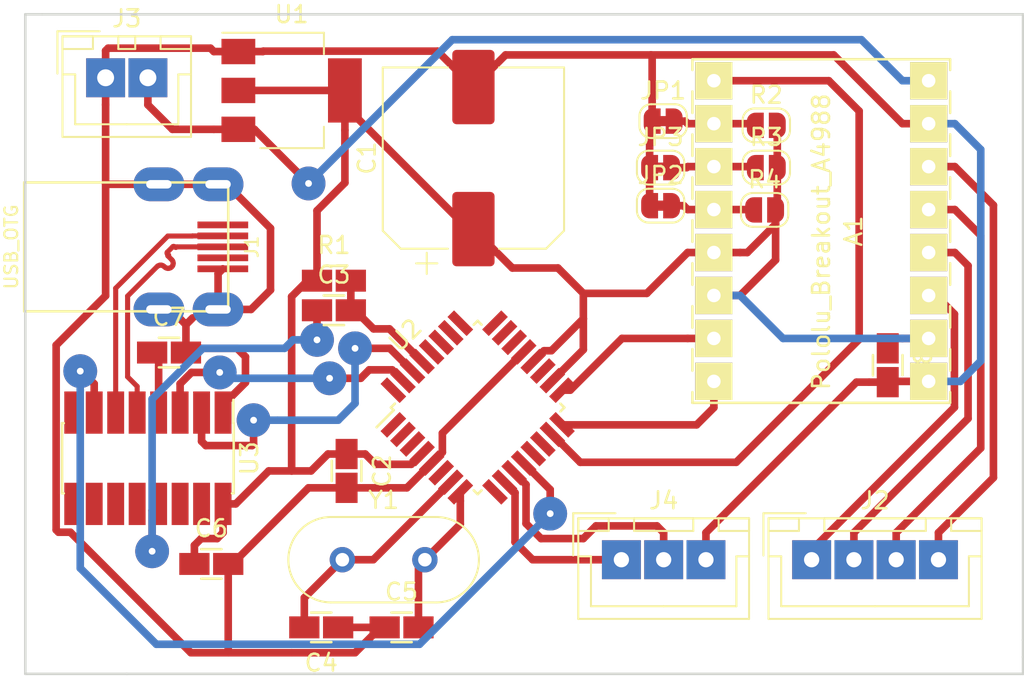
<source format=kicad_pcb>
(kicad_pcb (version 20171130) (host pcbnew 5.0.2-bee76a0~70~ubuntu18.04.1)

  (general
    (thickness 1.6)
    (drawings 8)
    (tracks 328)
    (zones 0)
    (modules 24)
    (nets 51)
  )

  (page A4)
  (layers
    (0 F.Cu signal)
    (31 B.Cu signal)
    (32 B.Adhes user)
    (33 F.Adhes user)
    (34 B.Paste user)
    (35 F.Paste user)
    (36 B.SilkS user)
    (37 F.SilkS user)
    (38 B.Mask user)
    (39 F.Mask user)
    (40 Dwgs.User user)
    (41 Cmts.User user)
    (42 Eco1.User user)
    (43 Eco2.User user)
    (44 Edge.Cuts user)
    (45 Margin user)
    (46 B.CrtYd user)
    (47 F.CrtYd user)
    (48 B.Fab user)
    (49 F.Fab user)
  )

  (setup
    (last_trace_width 0.45)
    (trace_clearance 0.2)
    (zone_clearance 0.508)
    (zone_45_only no)
    (trace_min 0.2)
    (segment_width 0.2)
    (edge_width 0.15)
    (via_size 2)
    (via_drill 0.4)
    (via_min_size 0.4)
    (via_min_drill 0.3)
    (uvia_size 0.3)
    (uvia_drill 0.1)
    (uvias_allowed no)
    (uvia_min_size 0.2)
    (uvia_min_drill 0.1)
    (pcb_text_width 0.3)
    (pcb_text_size 1.5 1.5)
    (mod_edge_width 0.15)
    (mod_text_size 1 1)
    (mod_text_width 0.15)
    (pad_size 1.524 1.524)
    (pad_drill 0.762)
    (pad_to_mask_clearance 0.051)
    (solder_mask_min_width 0.25)
    (aux_axis_origin 0 0)
    (visible_elements FFFFFF7F)
    (pcbplotparams
      (layerselection 0x010fc_ffffffff)
      (usegerberextensions false)
      (usegerberattributes false)
      (usegerberadvancedattributes false)
      (creategerberjobfile false)
      (excludeedgelayer true)
      (linewidth 0.100000)
      (plotframeref false)
      (viasonmask false)
      (mode 1)
      (useauxorigin false)
      (hpglpennumber 1)
      (hpglpenspeed 20)
      (hpglpendiameter 15.000000)
      (psnegative false)
      (psa4output false)
      (plotreference true)
      (plotvalue true)
      (plotinvisibletext false)
      (padsonsilk false)
      (subtractmaskfromsilk false)
      (outputformat 1)
      (mirror false)
      (drillshape 1)
      (scaleselection 1)
      (outputdirectory ""))
  )

  (net 0 "")
  (net 1 GND)
  (net 2 "Net-(J1-Pad4)")
  (net 3 "Net-(J1-Pad1)")
  (net 4 "Net-(A1-Pad3)")
  (net 5 "Net-(A1-Pad4)")
  (net 6 "Net-(A1-Pad5)")
  (net 7 "Net-(A1-Pad6)")
  (net 8 +5V)
  (net 9 "Net-(C3-Pad2)")
  (net 10 "Net-(C7-Pad1)")
  (net 11 "Net-(C5-Pad2)")
  (net 12 "Net-(C4-Pad2)")
  (net 13 RST)
  (net 14 +12V)
  (net 15 RXD)
  (net 16 TXD)
  (net 17 CLKOUT)
  (net 18 "Net-(U3-Pad8)")
  (net 19 "Net-(U3-Pad9)")
  (net 20 "Net-(U3-Pad10)")
  (net 21 "Net-(U3-Pad11)")
  (net 22 "Net-(U3-Pad12)")
  (net 23 "Net-(U3-Pad14)")
  (net 24 "Net-(U3-Pad15)")
  (net 25 "Net-(U2-Pad1)")
  (net 26 "Net-(U2-Pad2)")
  (net 27 "Net-(U2-Pad3)")
  (net 28 "Net-(U2-Pad6)")
  (net 29 "Net-(U2-Pad9)")
  (net 30 "Net-(U2-Pad13)")
  (net 31 "Net-(U2-Pad14)")
  (net 32 "Net-(U2-Pad19)")
  (net 33 "Net-(U2-Pad22)")
  (net 34 "Net-(U2-Pad23)")
  (net 35 "Net-(U2-Pad24)")
  (net 36 "Net-(U2-Pad25)")
  (net 37 "Net-(U2-Pad26)")
  (net 38 "Net-(U2-Pad27)")
  (net 39 "Net-(U2-Pad28)")
  (net 40 "Net-(U2-Pad32)")
  (net 41 "Net-(A1-Pad10)")
  (net 42 "Net-(A1-Pad11)")
  (net 43 "Net-(A1-Pad12)")
  (net 44 /D+)
  (net 45 /D-)
  (net 46 STEP_EN)
  (net 47 STEP_DIR)
  (net 48 STEP_STEP)
  (net 49 /DOWN)
  (net 50 /UP)

  (net_class Default "This is the default net class."
    (clearance 0.2)
    (trace_width 0.45)
    (via_dia 2)
    (via_drill 0.4)
    (uvia_dia 0.3)
    (uvia_drill 0.1)
    (add_net +12V)
    (add_net +5V)
    (add_net /DOWN)
    (add_net /UP)
    (add_net CLKOUT)
    (add_net GND)
    (add_net "Net-(A1-Pad10)")
    (add_net "Net-(A1-Pad11)")
    (add_net "Net-(A1-Pad12)")
    (add_net "Net-(A1-Pad3)")
    (add_net "Net-(A1-Pad4)")
    (add_net "Net-(A1-Pad5)")
    (add_net "Net-(A1-Pad6)")
    (add_net "Net-(C3-Pad2)")
    (add_net "Net-(C4-Pad2)")
    (add_net "Net-(C5-Pad2)")
    (add_net "Net-(C7-Pad1)")
    (add_net "Net-(J1-Pad1)")
    (add_net "Net-(J1-Pad4)")
    (add_net "Net-(U2-Pad1)")
    (add_net "Net-(U2-Pad13)")
    (add_net "Net-(U2-Pad14)")
    (add_net "Net-(U2-Pad19)")
    (add_net "Net-(U2-Pad2)")
    (add_net "Net-(U2-Pad22)")
    (add_net "Net-(U2-Pad23)")
    (add_net "Net-(U2-Pad24)")
    (add_net "Net-(U2-Pad25)")
    (add_net "Net-(U2-Pad26)")
    (add_net "Net-(U2-Pad27)")
    (add_net "Net-(U2-Pad28)")
    (add_net "Net-(U2-Pad3)")
    (add_net "Net-(U2-Pad32)")
    (add_net "Net-(U2-Pad6)")
    (add_net "Net-(U2-Pad9)")
    (add_net "Net-(U3-Pad10)")
    (add_net "Net-(U3-Pad11)")
    (add_net "Net-(U3-Pad12)")
    (add_net "Net-(U3-Pad14)")
    (add_net "Net-(U3-Pad15)")
    (add_net "Net-(U3-Pad8)")
    (add_net "Net-(U3-Pad9)")
    (add_net RST)
    (add_net RXD)
    (add_net STEP_DIR)
    (add_net STEP_EN)
    (add_net STEP_STEP)
    (add_net TXD)
  )

  (net_class USB ""
    (clearance 0.2)
    (trace_width 0.3)
    (via_dia 2)
    (via_drill 0.4)
    (uvia_dia 0.3)
    (uvia_drill 0.1)
    (add_net /D+)
    (add_net /D-)
  )

  (module coddingtonbear:JST_XH_B03B-XH-A_03x2.50mm_Straight_LargePads (layer F.Cu) (tedit 5C031FD8) (tstamp 5C75F59E)
    (at 131.25 118.25)
    (descr "JST XH series connector, B03B-XH-A, top entry type, through hole")
    (tags "connector jst xh tht top vertical 2.50mm")
    (path /5C52BC89)
    (fp_text reference J4 (at 2.5 -3.5) (layer F.SilkS)
      (effects (font (size 1 1) (thickness 0.15)))
    )
    (fp_text value Controls (at 2.5 4.5) (layer F.Fab)
      (effects (font (size 1 1) (thickness 0.15)))
    )
    (fp_line (start -2.45 -2.35) (end -2.45 3.4) (layer F.Fab) (width 0.1))
    (fp_line (start -2.45 3.4) (end 7.45 3.4) (layer F.Fab) (width 0.1))
    (fp_line (start 7.45 3.4) (end 7.45 -2.35) (layer F.Fab) (width 0.1))
    (fp_line (start 7.45 -2.35) (end -2.45 -2.35) (layer F.Fab) (width 0.1))
    (fp_line (start -2.95 -2.85) (end -2.95 3.9) (layer F.CrtYd) (width 0.05))
    (fp_line (start -2.95 3.9) (end 7.95 3.9) (layer F.CrtYd) (width 0.05))
    (fp_line (start 7.95 3.9) (end 7.95 -2.85) (layer F.CrtYd) (width 0.05))
    (fp_line (start 7.95 -2.85) (end -2.95 -2.85) (layer F.CrtYd) (width 0.05))
    (fp_line (start -2.55 -2.45) (end -2.55 3.5) (layer F.SilkS) (width 0.12))
    (fp_line (start -2.55 3.5) (end 7.55 3.5) (layer F.SilkS) (width 0.12))
    (fp_line (start 7.55 3.5) (end 7.55 -2.45) (layer F.SilkS) (width 0.12))
    (fp_line (start 7.55 -2.45) (end -2.55 -2.45) (layer F.SilkS) (width 0.12))
    (fp_line (start 0.75 -2.45) (end 0.75 -1.7) (layer F.SilkS) (width 0.12))
    (fp_line (start 0.75 -1.7) (end 4.25 -1.7) (layer F.SilkS) (width 0.12))
    (fp_line (start 4.25 -1.7) (end 4.25 -2.45) (layer F.SilkS) (width 0.12))
    (fp_line (start 4.25 -2.45) (end 0.75 -2.45) (layer F.SilkS) (width 0.12))
    (fp_line (start -2.55 -2.45) (end -2.55 -1.7) (layer F.SilkS) (width 0.12))
    (fp_line (start -2.55 -1.7) (end -0.75 -1.7) (layer F.SilkS) (width 0.12))
    (fp_line (start -0.75 -1.7) (end -0.75 -2.45) (layer F.SilkS) (width 0.12))
    (fp_line (start -0.75 -2.45) (end -2.55 -2.45) (layer F.SilkS) (width 0.12))
    (fp_line (start 5.75 -2.45) (end 5.75 -1.7) (layer F.SilkS) (width 0.12))
    (fp_line (start 5.75 -1.7) (end 7.55 -1.7) (layer F.SilkS) (width 0.12))
    (fp_line (start 7.55 -1.7) (end 7.55 -2.45) (layer F.SilkS) (width 0.12))
    (fp_line (start 7.55 -2.45) (end 5.75 -2.45) (layer F.SilkS) (width 0.12))
    (fp_line (start -2.55 -0.2) (end -1.8 -0.2) (layer F.SilkS) (width 0.12))
    (fp_line (start -1.8 -0.2) (end -1.8 2.75) (layer F.SilkS) (width 0.12))
    (fp_line (start -1.8 2.75) (end 2.5 2.75) (layer F.SilkS) (width 0.12))
    (fp_line (start 7.55 -0.2) (end 6.8 -0.2) (layer F.SilkS) (width 0.12))
    (fp_line (start 6.8 -0.2) (end 6.8 2.75) (layer F.SilkS) (width 0.12))
    (fp_line (start 6.8 2.75) (end 2.5 2.75) (layer F.SilkS) (width 0.12))
    (fp_line (start -0.35 -2.75) (end -2.85 -2.75) (layer F.SilkS) (width 0.12))
    (fp_line (start -2.85 -2.75) (end -2.85 -0.25) (layer F.SilkS) (width 0.12))
    (fp_line (start -0.35 -2.75) (end -2.85 -2.75) (layer F.Fab) (width 0.1))
    (fp_line (start -2.85 -2.75) (end -2.85 -0.25) (layer F.Fab) (width 0.1))
    (fp_text user %R (at 2.5 2.5) (layer F.Fab)
      (effects (font (size 1 1) (thickness 0.15)))
    )
    (pad 1 thru_hole rect (at 0 0) (size 2.3 2.3) (drill 0.9) (layers *.Cu *.Mask)
      (net 49 /DOWN))
    (pad 2 thru_hole rect (at 2.5 0) (size 2.3 2.3) (drill 0.9) (layers *.Cu *.Mask)
      (net 50 /UP))
    (pad 3 thru_hole rect (at 5 0) (size 2.3 2.3) (drill 0.9) (layers *.Cu *.Mask)
      (net 1 GND))
    (model Connectors_JST.3dshapes/JST_XH_B03B-XH-A_03x2.50mm_Straight.wrl
      (at (xyz 0 0 0))
      (scale (xyz 1 1 1))
      (rotate (xyz 0 0 0))
    )
  )

  (module Package_SO:SOIC-16_3.9x9.9mm_P1.27mm (layer F.Cu) (tedit 5C4CF864) (tstamp 5C759E2A)
    (at 103.25 112.25 270)
    (descr "16-Lead Plastic Small Outline (SL) - Narrow, 3.90 mm Body [SOIC] (see Microchip Packaging Specification 00000049BS.pdf)")
    (tags "SOIC 1.27")
    (path /5C4CEB27)
    (attr smd)
    (fp_text reference U3 (at 0 -6 270) (layer F.SilkS)
      (effects (font (size 1 1) (thickness 0.15)))
    )
    (fp_text value CH340G (at 0 6 270) (layer F.Fab)
      (effects (font (size 1 1) (thickness 0.15)))
    )
    (fp_text user %R (at 0 0 270) (layer F.Fab)
      (effects (font (size 0.9 0.9) (thickness 0.135)))
    )
    (fp_line (start -0.95 -4.95) (end 1.95 -4.95) (layer F.Fab) (width 0.15))
    (fp_line (start 1.95 -4.95) (end 1.95 4.95) (layer F.Fab) (width 0.15))
    (fp_line (start 1.95 4.95) (end -1.95 4.95) (layer F.Fab) (width 0.15))
    (fp_line (start -1.95 4.95) (end -1.95 -3.95) (layer F.Fab) (width 0.15))
    (fp_line (start -1.95 -3.95) (end -0.95 -4.95) (layer F.Fab) (width 0.15))
    (fp_line (start -3.7 -5.25) (end -3.7 5.25) (layer F.CrtYd) (width 0.05))
    (fp_line (start 3.7 -5.25) (end 3.7 5.25) (layer F.CrtYd) (width 0.05))
    (fp_line (start -3.7 -5.25) (end 3.7 -5.25) (layer F.CrtYd) (width 0.05))
    (fp_line (start -3.7 5.25) (end 3.7 5.25) (layer F.CrtYd) (width 0.05))
    (fp_line (start -2.075 -5.075) (end -2.075 -5.05) (layer F.SilkS) (width 0.15))
    (fp_line (start 2.075 -5.075) (end 2.075 -4.97) (layer F.SilkS) (width 0.15))
    (fp_line (start 2.075 5.075) (end 2.075 4.97) (layer F.SilkS) (width 0.15))
    (fp_line (start -2.075 5.075) (end -2.075 4.97) (layer F.SilkS) (width 0.15))
    (fp_line (start -2.075 -5.075) (end 2.075 -5.075) (layer F.SilkS) (width 0.15))
    (fp_line (start -2.075 5.075) (end 2.075 5.075) (layer F.SilkS) (width 0.15))
    (fp_line (start -2.075 -5.05) (end -3.45 -5.05) (layer F.SilkS) (width 0.15))
    (pad 1 smd rect (at -2.7 -4.445 270) (size 2.5 1) (layers F.Cu F.Paste F.Mask)
      (net 1 GND))
    (pad 2 smd rect (at -2.7 -3.175 270) (size 2.5 1) (layers F.Cu F.Paste F.Mask)
      (net 15 RXD))
    (pad 3 smd rect (at -2.7 -1.905 270) (size 2.5 1) (layers F.Cu F.Paste F.Mask)
      (net 16 TXD))
    (pad 4 smd rect (at -2.7 -0.635 270) (size 2.5 1) (layers F.Cu F.Paste F.Mask)
      (net 10 "Net-(C7-Pad1)"))
    (pad 5 smd rect (at -2.7 0.635 270) (size 2.5 1) (layers F.Cu F.Paste F.Mask)
      (net 44 /D+))
    (pad 6 smd rect (at -2.7 1.905 270) (size 2.5 1) (layers F.Cu F.Paste F.Mask)
      (net 45 /D-))
    (pad 7 smd rect (at -2.7 3.175 270) (size 2.5 1) (layers F.Cu F.Paste F.Mask)
      (net 17 CLKOUT))
    (pad 8 smd rect (at -2.7 4.445 270) (size 2.5 1) (layers F.Cu F.Paste F.Mask)
      (net 18 "Net-(U3-Pad8)"))
    (pad 9 smd rect (at 2.7 4.445 270) (size 2.5 1) (layers F.Cu F.Paste F.Mask)
      (net 19 "Net-(U3-Pad9)"))
    (pad 10 smd rect (at 2.7 3.175 270) (size 2.5 1) (layers F.Cu F.Paste F.Mask)
      (net 20 "Net-(U3-Pad10)"))
    (pad 11 smd rect (at 2.7 1.905 270) (size 2.5 1) (layers F.Cu F.Paste F.Mask)
      (net 21 "Net-(U3-Pad11)"))
    (pad 12 smd rect (at 2.7 0.635 270) (size 2.5 1) (layers F.Cu F.Paste F.Mask)
      (net 22 "Net-(U3-Pad12)"))
    (pad 13 smd rect (at 2.7 -0.635 270) (size 2.5 1) (layers F.Cu F.Paste F.Mask)
      (net 13 RST))
    (pad 14 smd rect (at 2.7 -1.905 270) (size 2.5 1) (layers F.Cu F.Paste F.Mask)
      (net 23 "Net-(U3-Pad14)"))
    (pad 15 smd rect (at 2.7 -3.175 270) (size 2.5 1) (layers F.Cu F.Paste F.Mask)
      (net 24 "Net-(U3-Pad15)"))
    (pad 16 smd rect (at 2.7 -4.445 270) (size 2.5 1) (layers F.Cu F.Paste F.Mask)
      (net 8 +5V))
    (model ${KISYS3DMOD}/Package_SO.3dshapes/SOIC-16_3.9x9.9mm_P1.27mm.wrl
      (at (xyz 0 0 0))
      (scale (xyz 1 1 1))
      (rotate (xyz 0 0 0))
    )
  )

  (module Capacitor_SMD:CP_Elec_10x10.5 (layer F.Cu) (tedit 5BCA39D1) (tstamp 5C75BB9F)
    (at 122.5 94.5 90)
    (descr "SMD capacitor, aluminum electrolytic, Vishay 1010, 10.0x10.5mm, http://www.vishay.com/docs/28395/150crz.pdf")
    (tags "capacitor electrolytic")
    (path /5C4CF24F)
    (attr smd)
    (fp_text reference C1 (at 0 -6.3 90) (layer F.SilkS)
      (effects (font (size 1 1) (thickness 0.15)))
    )
    (fp_text value 220u (at 0 6.3 90) (layer F.Fab)
      (effects (font (size 1 1) (thickness 0.15)))
    )
    (fp_circle (center 0 0) (end 5 0) (layer F.Fab) (width 0.1))
    (fp_line (start 5.25 -5.25) (end 5.25 5.25) (layer F.Fab) (width 0.1))
    (fp_line (start -4.25 -5.25) (end 5.25 -5.25) (layer F.Fab) (width 0.1))
    (fp_line (start -4.25 5.25) (end 5.25 5.25) (layer F.Fab) (width 0.1))
    (fp_line (start -5.25 -4.25) (end -5.25 4.25) (layer F.Fab) (width 0.1))
    (fp_line (start -5.25 -4.25) (end -4.25 -5.25) (layer F.Fab) (width 0.1))
    (fp_line (start -5.25 4.25) (end -4.25 5.25) (layer F.Fab) (width 0.1))
    (fp_line (start -4.558325 -1.7) (end -3.558325 -1.7) (layer F.Fab) (width 0.1))
    (fp_line (start -4.058325 -2.2) (end -4.058325 -1.2) (layer F.Fab) (width 0.1))
    (fp_line (start 5.36 5.36) (end 5.36 1.51) (layer F.SilkS) (width 0.12))
    (fp_line (start 5.36 -5.36) (end 5.36 -1.51) (layer F.SilkS) (width 0.12))
    (fp_line (start -4.295563 -5.36) (end 5.36 -5.36) (layer F.SilkS) (width 0.12))
    (fp_line (start -4.295563 5.36) (end 5.36 5.36) (layer F.SilkS) (width 0.12))
    (fp_line (start -5.36 4.295563) (end -5.36 1.51) (layer F.SilkS) (width 0.12))
    (fp_line (start -5.36 -4.295563) (end -5.36 -1.51) (layer F.SilkS) (width 0.12))
    (fp_line (start -5.36 -4.295563) (end -4.295563 -5.36) (layer F.SilkS) (width 0.12))
    (fp_line (start -5.36 4.295563) (end -4.295563 5.36) (layer F.SilkS) (width 0.12))
    (fp_line (start -6.85 -2.76) (end -5.6 -2.76) (layer F.SilkS) (width 0.12))
    (fp_line (start -6.225 -3.385) (end -6.225 -2.135) (layer F.SilkS) (width 0.12))
    (fp_line (start 5.5 -5.5) (end 5.5 -1.5) (layer F.CrtYd) (width 0.05))
    (fp_line (start 5.5 -1.5) (end 6.65 -1.5) (layer F.CrtYd) (width 0.05))
    (fp_line (start 6.65 -1.5) (end 6.65 1.5) (layer F.CrtYd) (width 0.05))
    (fp_line (start 6.65 1.5) (end 5.5 1.5) (layer F.CrtYd) (width 0.05))
    (fp_line (start 5.5 1.5) (end 5.5 5.5) (layer F.CrtYd) (width 0.05))
    (fp_line (start -4.35 5.5) (end 5.5 5.5) (layer F.CrtYd) (width 0.05))
    (fp_line (start -4.35 -5.5) (end 5.5 -5.5) (layer F.CrtYd) (width 0.05))
    (fp_line (start -5.5 4.35) (end -4.35 5.5) (layer F.CrtYd) (width 0.05))
    (fp_line (start -5.5 -4.35) (end -4.35 -5.5) (layer F.CrtYd) (width 0.05))
    (fp_line (start -5.5 -4.35) (end -5.5 -1.5) (layer F.CrtYd) (width 0.05))
    (fp_line (start -5.5 1.5) (end -5.5 4.35) (layer F.CrtYd) (width 0.05))
    (fp_line (start -5.5 -1.5) (end -6.65 -1.5) (layer F.CrtYd) (width 0.05))
    (fp_line (start -6.65 -1.5) (end -6.65 1.5) (layer F.CrtYd) (width 0.05))
    (fp_line (start -6.65 1.5) (end -5.5 1.5) (layer F.CrtYd) (width 0.05))
    (fp_text user %R (at 0 0 90) (layer F.Fab)
      (effects (font (size 1 1) (thickness 0.15)))
    )
    (pad 1 smd roundrect (at -4.2 0 90) (size 4.4 2.5) (layers F.Cu F.Paste F.Mask) (roundrect_rratio 0.1)
      (net 8 +5V))
    (pad 2 smd roundrect (at 4.2 0 90) (size 4.4 2.5) (layers F.Cu F.Paste F.Mask) (roundrect_rratio 0.1)
      (net 1 GND))
    (model ${KISYS3DMOD}/Capacitor_SMD.3dshapes/CP_Elec_10x10.5.wrl
      (at (xyz 0 0 0))
      (scale (xyz 1 1 1))
      (rotate (xyz 0 0 0))
    )
  )

  (module Package_TO_SOT_SMD:SOT-223-3_TabPin2 (layer F.Cu) (tedit 5A02FF57) (tstamp 5C75B2C3)
    (at 111.75 90.5)
    (descr "module CMS SOT223 4 pins")
    (tags "CMS SOT")
    (path /5C4CEDB6)
    (attr smd)
    (fp_text reference U1 (at 0 -4.5) (layer F.SilkS)
      (effects (font (size 1 1) (thickness 0.15)))
    )
    (fp_text value AZ1117-5.0 (at 0 4.5) (layer F.Fab)
      (effects (font (size 1 1) (thickness 0.15)))
    )
    (fp_text user %R (at 0 0 90) (layer F.Fab)
      (effects (font (size 0.8 0.8) (thickness 0.12)))
    )
    (fp_line (start 1.91 3.41) (end 1.91 2.15) (layer F.SilkS) (width 0.12))
    (fp_line (start 1.91 -3.41) (end 1.91 -2.15) (layer F.SilkS) (width 0.12))
    (fp_line (start 4.4 -3.6) (end -4.4 -3.6) (layer F.CrtYd) (width 0.05))
    (fp_line (start 4.4 3.6) (end 4.4 -3.6) (layer F.CrtYd) (width 0.05))
    (fp_line (start -4.4 3.6) (end 4.4 3.6) (layer F.CrtYd) (width 0.05))
    (fp_line (start -4.4 -3.6) (end -4.4 3.6) (layer F.CrtYd) (width 0.05))
    (fp_line (start -1.85 -2.35) (end -0.85 -3.35) (layer F.Fab) (width 0.1))
    (fp_line (start -1.85 -2.35) (end -1.85 3.35) (layer F.Fab) (width 0.1))
    (fp_line (start -1.85 3.41) (end 1.91 3.41) (layer F.SilkS) (width 0.12))
    (fp_line (start -0.85 -3.35) (end 1.85 -3.35) (layer F.Fab) (width 0.1))
    (fp_line (start -4.1 -3.41) (end 1.91 -3.41) (layer F.SilkS) (width 0.12))
    (fp_line (start -1.85 3.35) (end 1.85 3.35) (layer F.Fab) (width 0.1))
    (fp_line (start 1.85 -3.35) (end 1.85 3.35) (layer F.Fab) (width 0.1))
    (pad 2 smd rect (at 3.15 0) (size 2 3.8) (layers F.Cu F.Paste F.Mask)
      (net 8 +5V))
    (pad 2 smd rect (at -3.15 0) (size 2 1.5) (layers F.Cu F.Paste F.Mask)
      (net 8 +5V))
    (pad 3 smd rect (at -3.15 2.3) (size 2 1.5) (layers F.Cu F.Paste F.Mask)
      (net 14 +12V))
    (pad 1 smd rect (at -3.15 -2.3) (size 2 1.5) (layers F.Cu F.Paste F.Mask)
      (net 1 GND))
    (model ${KISYS3DMOD}/Package_TO_SOT_SMD.3dshapes/SOT-223.wrl
      (at (xyz 0 0 0))
      (scale (xyz 1 1 1))
      (rotate (xyz 0 0 0))
    )
  )

  (module coddingtonbear:JST_XH_B02B-XH-A_02x2.50mm_Straight_LargePads (layer F.Cu) (tedit 5C031FA4) (tstamp 5C75A841)
    (at 100.75 89.75)
    (descr "JST XH series connector, B02B-XH-A, top entry type, through hole")
    (tags "connector jst xh tht top vertical 2.50mm")
    (path /5C4EA43C)
    (fp_text reference J3 (at 1.25 -3.5) (layer F.SilkS)
      (effects (font (size 1 1) (thickness 0.15)))
    )
    (fp_text value Power (at 1.25 4.5) (layer F.Fab)
      (effects (font (size 1 1) (thickness 0.15)))
    )
    (fp_text user %R (at 1.25 2.499999) (layer F.Fab)
      (effects (font (size 1 1) (thickness 0.15)))
    )
    (fp_line (start -2.85 -2.75) (end -2.85 -0.25) (layer F.Fab) (width 0.1))
    (fp_line (start -0.35 -2.75) (end -2.85 -2.75) (layer F.Fab) (width 0.1))
    (fp_line (start -2.85 -2.75) (end -2.85 -0.25) (layer F.SilkS) (width 0.12))
    (fp_line (start -0.35 -2.75) (end -2.85 -2.75) (layer F.SilkS) (width 0.12))
    (fp_line (start 4.3 2.75) (end 1.25 2.75) (layer F.SilkS) (width 0.12))
    (fp_line (start 4.3 -0.2) (end 4.3 2.75) (layer F.SilkS) (width 0.12))
    (fp_line (start 5.05 -0.2) (end 4.3 -0.2) (layer F.SilkS) (width 0.12))
    (fp_line (start -1.8 2.75) (end 1.25 2.75) (layer F.SilkS) (width 0.12))
    (fp_line (start -1.8 -0.2) (end -1.8 2.75) (layer F.SilkS) (width 0.12))
    (fp_line (start -2.55 -0.2) (end -1.8 -0.2) (layer F.SilkS) (width 0.12))
    (fp_line (start 5.05 -2.45) (end 3.25 -2.450001) (layer F.SilkS) (width 0.12))
    (fp_line (start 5.05 -1.7) (end 5.05 -2.45) (layer F.SilkS) (width 0.12))
    (fp_line (start 3.250001 -1.7) (end 5.05 -1.7) (layer F.SilkS) (width 0.12))
    (fp_line (start 3.25 -2.450001) (end 3.250001 -1.7) (layer F.SilkS) (width 0.12))
    (fp_line (start -0.75 -2.450001) (end -2.55 -2.45) (layer F.SilkS) (width 0.12))
    (fp_line (start -0.750001 -1.7) (end -0.75 -2.450001) (layer F.SilkS) (width 0.12))
    (fp_line (start -2.55 -1.7) (end -0.750001 -1.7) (layer F.SilkS) (width 0.12))
    (fp_line (start -2.55 -2.45) (end -2.55 -1.7) (layer F.SilkS) (width 0.12))
    (fp_line (start 1.749999 -2.45) (end 0.75 -2.450001) (layer F.SilkS) (width 0.12))
    (fp_line (start 1.749999 -1.7) (end 1.749999 -2.45) (layer F.SilkS) (width 0.12))
    (fp_line (start 0.750001 -1.7) (end 1.749999 -1.7) (layer F.SilkS) (width 0.12))
    (fp_line (start 0.75 -2.450001) (end 0.750001 -1.7) (layer F.SilkS) (width 0.12))
    (fp_line (start 5.05 -2.45) (end -2.55 -2.45) (layer F.SilkS) (width 0.12))
    (fp_line (start 5.05 3.5) (end 5.05 -2.45) (layer F.SilkS) (width 0.12))
    (fp_line (start -2.55 3.5) (end 5.05 3.5) (layer F.SilkS) (width 0.12))
    (fp_line (start -2.55 -2.45) (end -2.55 3.5) (layer F.SilkS) (width 0.12))
    (fp_line (start 5.45 -2.85) (end -2.95 -2.85) (layer F.CrtYd) (width 0.05))
    (fp_line (start 5.45 3.899999) (end 5.45 -2.85) (layer F.CrtYd) (width 0.05))
    (fp_line (start -2.95 3.899999) (end 5.45 3.899999) (layer F.CrtYd) (width 0.05))
    (fp_line (start -2.95 -2.85) (end -2.95 3.899999) (layer F.CrtYd) (width 0.05))
    (fp_line (start 4.950001 -2.35) (end -2.450001 -2.35) (layer F.Fab) (width 0.1))
    (fp_line (start 4.950001 3.4) (end 4.950001 -2.35) (layer F.Fab) (width 0.1))
    (fp_line (start -2.450001 3.4) (end 4.950001 3.4) (layer F.Fab) (width 0.1))
    (fp_line (start -2.450001 -2.35) (end -2.450001 3.4) (layer F.Fab) (width 0.1))
    (pad 2 thru_hole rect (at 2.5 0) (size 2.3 2.3) (drill 1) (layers *.Cu *.Mask)
      (net 14 +12V))
    (pad 1 thru_hole rect (at 0 0) (size 2.3 2.3) (drill 1) (layers *.Cu *.Mask)
      (net 1 GND))
    (model Connectors_JST.3dshapes/JST_XH_B02B-XH-A_02x2.50mm_Straight.wrl
      (at (xyz 0 0 0))
      (scale (xyz 1 1 1))
      (rotate (xyz 0 0 0))
    )
  )

  (module coddingtonbear:JST_XH_B04B-XH-A_04x2.50mm_Straight_LargePads (layer F.Cu) (tedit 5C031FE9) (tstamp 5C75A7EF)
    (at 142.5 118.25)
    (descr "JST XH series connector, B04B-XH-A, top entry type, through hole")
    (tags "connector jst xh tht top vertical 2.50mm")
    (path /5C4D4FF1)
    (fp_text reference J2 (at 3.75 -3.5) (layer F.SilkS)
      (effects (font (size 1 1) (thickness 0.15)))
    )
    (fp_text value Stepper (at 3.75 4.5) (layer F.Fab)
      (effects (font (size 1 1) (thickness 0.15)))
    )
    (fp_text user %R (at 3.75 2.5) (layer F.Fab)
      (effects (font (size 1 1) (thickness 0.15)))
    )
    (fp_line (start -2.85 -2.75) (end -2.85 -0.25) (layer F.Fab) (width 0.1))
    (fp_line (start -0.35 -2.75) (end -2.85 -2.75) (layer F.Fab) (width 0.1))
    (fp_line (start -2.85 -2.75) (end -2.85 -0.25) (layer F.SilkS) (width 0.12))
    (fp_line (start -0.35 -2.75) (end -2.85 -2.75) (layer F.SilkS) (width 0.12))
    (fp_line (start 9.3 2.75) (end 3.75 2.75) (layer F.SilkS) (width 0.12))
    (fp_line (start 9.3 -0.2) (end 9.3 2.75) (layer F.SilkS) (width 0.12))
    (fp_line (start 10.05 -0.2) (end 9.3 -0.2) (layer F.SilkS) (width 0.12))
    (fp_line (start -1.8 2.75) (end 3.75 2.75) (layer F.SilkS) (width 0.12))
    (fp_line (start -1.8 -0.2) (end -1.8 2.75) (layer F.SilkS) (width 0.12))
    (fp_line (start -2.55 -0.2) (end -1.8 -0.2) (layer F.SilkS) (width 0.12))
    (fp_line (start 10.05 -2.45) (end 8.25 -2.45) (layer F.SilkS) (width 0.12))
    (fp_line (start 10.05 -1.7) (end 10.05 -2.45) (layer F.SilkS) (width 0.12))
    (fp_line (start 8.25 -1.7) (end 10.05 -1.7) (layer F.SilkS) (width 0.12))
    (fp_line (start 8.25 -2.45) (end 8.25 -1.7) (layer F.SilkS) (width 0.12))
    (fp_line (start -0.75 -2.45) (end -2.55 -2.45) (layer F.SilkS) (width 0.12))
    (fp_line (start -0.75 -1.7) (end -0.75 -2.45) (layer F.SilkS) (width 0.12))
    (fp_line (start -2.55 -1.7) (end -0.75 -1.7) (layer F.SilkS) (width 0.12))
    (fp_line (start -2.55 -2.45) (end -2.55 -1.7) (layer F.SilkS) (width 0.12))
    (fp_line (start 6.75 -2.45) (end 0.75 -2.45) (layer F.SilkS) (width 0.12))
    (fp_line (start 6.75 -1.7) (end 6.75 -2.45) (layer F.SilkS) (width 0.12))
    (fp_line (start 0.75 -1.7) (end 6.75 -1.7) (layer F.SilkS) (width 0.12))
    (fp_line (start 0.75 -2.45) (end 0.75 -1.7) (layer F.SilkS) (width 0.12))
    (fp_line (start 10.05 -2.45) (end -2.55 -2.45) (layer F.SilkS) (width 0.12))
    (fp_line (start 10.05 3.5) (end 10.05 -2.45) (layer F.SilkS) (width 0.12))
    (fp_line (start -2.55 3.5) (end 10.05 3.5) (layer F.SilkS) (width 0.12))
    (fp_line (start -2.55 -2.45) (end -2.55 3.5) (layer F.SilkS) (width 0.12))
    (fp_line (start 10.4 -2.85) (end -2.95 -2.85) (layer F.CrtYd) (width 0.05))
    (fp_line (start 10.4 3.9) (end 10.4 -2.85) (layer F.CrtYd) (width 0.05))
    (fp_line (start -2.95 3.9) (end 10.4 3.9) (layer F.CrtYd) (width 0.05))
    (fp_line (start -2.95 -2.85) (end -2.95 3.9) (layer F.CrtYd) (width 0.05))
    (fp_line (start 9.95 -2.35) (end -2.45 -2.35) (layer F.Fab) (width 0.1))
    (fp_line (start 9.95 3.4) (end 9.95 -2.35) (layer F.Fab) (width 0.1))
    (fp_line (start -2.45 3.4) (end 9.95 3.4) (layer F.Fab) (width 0.1))
    (fp_line (start -2.45 -2.35) (end -2.45 3.4) (layer F.Fab) (width 0.1))
    (pad 4 thru_hole rect (at 7.5 0) (size 2.3 2.3) (drill 0.9) (layers *.Cu *.Mask)
      (net 7 "Net-(A1-Pad6)"))
    (pad 3 thru_hole rect (at 5 0) (size 2.3 2.3) (drill 0.9) (layers *.Cu *.Mask)
      (net 6 "Net-(A1-Pad5)"))
    (pad 2 thru_hole rect (at 2.5 0) (size 2.3 2.3) (drill 0.9) (layers *.Cu *.Mask)
      (net 5 "Net-(A1-Pad4)"))
    (pad 1 thru_hole rect (at 0 0) (size 2.3 2.3) (drill 0.9) (layers *.Cu *.Mask)
      (net 4 "Net-(A1-Pad3)"))
    (model Connectors_JST.3dshapes/JST_XH_B04B-XH-A_04x2.50mm_Straight.wrl
      (at (xyz 0 0 0))
      (scale (xyz 1 1 1))
      (rotate (xyz 0 0 0))
    )
  )

  (module coddingtonbear:Pololu_Stepper_Breakout (layer F.Cu) (tedit 5AAECB0D) (tstamp 5C75A7C8)
    (at 143.069035 98.814554 180)
    (path /5C4CE808)
    (fp_text reference A1 (at -1.905 0 270) (layer F.SilkS)
      (effects (font (size 1 1) (thickness 0.15)))
    )
    (fp_text value Pololu_Breakout_A4988 (at 0 -0.635 270) (layer F.SilkS)
      (effects (font (size 1 1) (thickness 0.15)))
    )
    (fp_line (start 7.62 -10.16) (end 7.62 -9.525) (layer F.SilkS) (width 0.15))
    (fp_line (start 7.62 10.16) (end 7.62 9.525) (layer F.SilkS) (width 0.15))
    (fp_line (start -7.62 10.16) (end -7.62 9.525) (layer F.SilkS) (width 0.15))
    (fp_line (start 7.62 -6.985) (end 7.62 -8.255) (layer F.SilkS) (width 0.15))
    (fp_line (start 7.62 -4.445) (end 7.62 -5.715) (layer F.SilkS) (width 0.15))
    (fp_line (start 7.62 -1.905) (end 7.62 -3.175) (layer F.SilkS) (width 0.15))
    (fp_line (start 7.62 0.635) (end 7.62 -0.635) (layer F.SilkS) (width 0.15))
    (fp_line (start 7.62 3.175) (end 7.62 1.905) (layer F.SilkS) (width 0.15))
    (fp_line (start 7.62 5.715) (end 7.62 4.445) (layer F.SilkS) (width 0.15))
    (fp_line (start 7.62 8.255) (end 7.62 6.985) (layer F.SilkS) (width 0.15))
    (fp_line (start -7.62 6.985) (end -7.62 8.255) (layer F.SilkS) (width 0.15))
    (fp_line (start -7.62 4.445) (end -7.62 5.715) (layer F.SilkS) (width 0.15))
    (fp_line (start -7.62 1.905) (end -7.62 3.175) (layer F.SilkS) (width 0.15))
    (fp_line (start -7.62 -0.635) (end -7.62 0.635) (layer F.SilkS) (width 0.15))
    (fp_line (start -7.62 -3.175) (end -7.62 -1.905) (layer F.SilkS) (width 0.15))
    (fp_line (start -7.62 -5.715) (end -7.62 -4.445) (layer F.SilkS) (width 0.15))
    (fp_line (start -7.62 -8.255) (end -7.62 -6.985) (layer F.SilkS) (width 0.15))
    (fp_line (start -7.62 -10.16) (end -7.62 -9.525) (layer F.SilkS) (width 0.15))
    (fp_line (start -7.62 10.16) (end 7.62 10.16) (layer F.SilkS) (width 0.15))
    (fp_line (start -7.62 -10.16) (end 7.62 -10.16) (layer F.SilkS) (width 0.15))
    (pad 1 thru_hole rect (at -6.35 -8.89 180) (size 2.2 2.2) (drill 0.8) (layers *.Cu *.Mask F.SilkS)
      (net 1 GND))
    (pad 2 thru_hole rect (at -6.35 -6.35 180) (size 2.2 2.2) (drill 0.8) (layers *.Cu *.Mask F.SilkS)
      (net 8 +5V))
    (pad 3 thru_hole rect (at -6.35 -3.81 180) (size 2.2 2.2) (drill 0.8) (layers *.Cu *.Mask F.SilkS)
      (net 4 "Net-(A1-Pad3)"))
    (pad 4 thru_hole rect (at -6.35 -1.27 180) (size 2.2 2.2) (drill 0.8) (layers *.Cu *.Mask F.SilkS)
      (net 5 "Net-(A1-Pad4)"))
    (pad 5 thru_hole rect (at -6.35 1.27 180) (size 2.2 2.2) (drill 0.8) (layers *.Cu *.Mask F.SilkS)
      (net 6 "Net-(A1-Pad5)"))
    (pad 6 thru_hole rect (at -6.35 3.81 180) (size 2.2 2.2) (drill 0.8) (layers *.Cu *.Mask F.SilkS)
      (net 7 "Net-(A1-Pad6)"))
    (pad 7 thru_hole rect (at -6.35 6.35 180) (size 2.2 2.2) (drill 0.8) (layers *.Cu *.Mask F.SilkS)
      (net 1 GND))
    (pad 8 thru_hole rect (at -6.35 8.89 180) (size 2.2 2.2) (drill 0.8) (layers *.Cu *.Mask F.SilkS)
      (net 14 +12V))
    (pad 9 thru_hole rect (at 6.35 8.89 180) (size 2.2 2.2) (drill 0.8) (layers *.Cu *.Mask F.SilkS)
      (net 46 STEP_EN))
    (pad 10 thru_hole rect (at 6.35 6.35 180) (size 2.2 2.2) (drill 0.8) (layers *.Cu *.Mask F.SilkS)
      (net 41 "Net-(A1-Pad10)"))
    (pad 11 thru_hole rect (at 6.35 3.81 180) (size 2.2 2.2) (drill 0.8) (layers *.Cu *.Mask F.SilkS)
      (net 42 "Net-(A1-Pad11)"))
    (pad 12 thru_hole rect (at 6.35 1.27 180) (size 2.2 2.2) (drill 0.8) (layers *.Cu *.Mask F.SilkS)
      (net 43 "Net-(A1-Pad12)"))
    (pad 13 thru_hole rect (at 6.35 -1.27 180) (size 2.2 2.2) (drill 0.8) (layers *.Cu *.Mask F.SilkS)
      (net 8 +5V))
    (pad 14 thru_hole rect (at 6.35 -3.81 180) (size 2.2 2.2) (drill 0.8) (layers *.Cu *.Mask F.SilkS)
      (net 8 +5V))
    (pad 15 thru_hole rect (at 6.35 -6.35 180) (size 2.2 2.2) (drill 0.8) (layers *.Cu *.Mask F.SilkS)
      (net 48 STEP_STEP))
    (pad 16 thru_hole rect (at 6.35 -8.89 180) (size 2.2 2.2) (drill 0.8) (layers *.Cu *.Mask F.SilkS)
      (net 47 STEP_DIR))
  )

  (module Crystal:Crystal_HC49-U_Vertical (layer F.Cu) (tedit 5A1AD3B8) (tstamp 5C759F0C)
    (at 114.75 118.25)
    (descr "Crystal THT HC-49/U http://5hertz.com/pdfs/04404_D.pdf")
    (tags "THT crystalHC-49/U")
    (path /5C4D0566)
    (fp_text reference Y1 (at 2.44 -3.525) (layer F.SilkS)
      (effects (font (size 1 1) (thickness 0.15)))
    )
    (fp_text value Crystal (at 2.44 3.525) (layer F.Fab)
      (effects (font (size 1 1) (thickness 0.15)))
    )
    (fp_text user %R (at 2.44 0) (layer F.Fab)
      (effects (font (size 1 1) (thickness 0.15)))
    )
    (fp_line (start -0.685 -2.325) (end 5.565 -2.325) (layer F.Fab) (width 0.1))
    (fp_line (start -0.685 2.325) (end 5.565 2.325) (layer F.Fab) (width 0.1))
    (fp_line (start -0.56 -2) (end 5.44 -2) (layer F.Fab) (width 0.1))
    (fp_line (start -0.56 2) (end 5.44 2) (layer F.Fab) (width 0.1))
    (fp_line (start -0.685 -2.525) (end 5.565 -2.525) (layer F.SilkS) (width 0.12))
    (fp_line (start -0.685 2.525) (end 5.565 2.525) (layer F.SilkS) (width 0.12))
    (fp_line (start -3.5 -2.8) (end -3.5 2.8) (layer F.CrtYd) (width 0.05))
    (fp_line (start -3.5 2.8) (end 8.4 2.8) (layer F.CrtYd) (width 0.05))
    (fp_line (start 8.4 2.8) (end 8.4 -2.8) (layer F.CrtYd) (width 0.05))
    (fp_line (start 8.4 -2.8) (end -3.5 -2.8) (layer F.CrtYd) (width 0.05))
    (fp_arc (start -0.685 0) (end -0.685 -2.325) (angle -180) (layer F.Fab) (width 0.1))
    (fp_arc (start 5.565 0) (end 5.565 -2.325) (angle 180) (layer F.Fab) (width 0.1))
    (fp_arc (start -0.56 0) (end -0.56 -2) (angle -180) (layer F.Fab) (width 0.1))
    (fp_arc (start 5.44 0) (end 5.44 -2) (angle 180) (layer F.Fab) (width 0.1))
    (fp_arc (start -0.685 0) (end -0.685 -2.525) (angle -180) (layer F.SilkS) (width 0.12))
    (fp_arc (start 5.565 0) (end 5.565 -2.525) (angle 180) (layer F.SilkS) (width 0.12))
    (pad 1 thru_hole circle (at 0 0) (size 1.5 1.5) (drill 0.8) (layers *.Cu *.Mask)
      (net 12 "Net-(C4-Pad2)"))
    (pad 2 thru_hole circle (at 4.88 0) (size 1.5 1.5) (drill 0.8) (layers *.Cu *.Mask)
      (net 11 "Net-(C5-Pad2)"))
    (model ${KISYS3DMOD}/Crystal.3dshapes/Crystal_HC49-U_Vertical.wrl
      (at (xyz 0 0 0))
      (scale (xyz 1 1 1))
      (rotate (xyz 0 0 0))
    )
  )

  (module Jumper:SolderJumper-2_P1.3mm_Bridged_RoundedPad1.0x1.5mm (layer F.Cu) (tedit 5B391ABA) (tstamp 5C759EF5)
    (at 133.569035 97.314554)
    (descr "SMD Solder Jumper, 1x1.5mm, rounded Pads, 0.3mm gap, bridged with 1 copper strip")
    (tags "solder jumper open")
    (path /5C4D8E7E)
    (attr virtual)
    (fp_text reference JP2 (at 0 -1.8) (layer F.SilkS)
      (effects (font (size 1 1) (thickness 0.15)))
    )
    (fp_text value Jumper_NC_Small (at 0 1.9) (layer F.Fab)
      (effects (font (size 1 1) (thickness 0.15)))
    )
    (fp_arc (start 0.7 -0.3) (end 1.4 -0.3) (angle -90) (layer F.SilkS) (width 0.12))
    (fp_arc (start 0.7 0.3) (end 0.7 1) (angle -90) (layer F.SilkS) (width 0.12))
    (fp_arc (start -0.7 0.3) (end -1.4 0.3) (angle -90) (layer F.SilkS) (width 0.12))
    (fp_arc (start -0.7 -0.3) (end -0.7 -1) (angle -90) (layer F.SilkS) (width 0.12))
    (fp_line (start -1.4 0.3) (end -1.4 -0.3) (layer F.SilkS) (width 0.12))
    (fp_line (start 0.7 1) (end -0.7 1) (layer F.SilkS) (width 0.12))
    (fp_line (start 1.4 -0.3) (end 1.4 0.3) (layer F.SilkS) (width 0.12))
    (fp_line (start -0.7 -1) (end 0.7 -1) (layer F.SilkS) (width 0.12))
    (fp_line (start -1.65 -1.25) (end 1.65 -1.25) (layer F.CrtYd) (width 0.05))
    (fp_line (start -1.65 -1.25) (end -1.65 1.25) (layer F.CrtYd) (width 0.05))
    (fp_line (start 1.65 1.25) (end 1.65 -1.25) (layer F.CrtYd) (width 0.05))
    (fp_line (start 1.65 1.25) (end -1.65 1.25) (layer F.CrtYd) (width 0.05))
    (pad 1 smd custom (at -0.65 0) (size 1 0.5) (layers F.Cu F.Mask)
      (net 1 GND) (zone_connect 0)
      (options (clearance outline) (anchor rect))
      (primitives
        (gr_circle (center 0 0.25) (end 0.5 0.25) (width 0))
        (gr_circle (center 0 -0.25) (end 0.5 -0.25) (width 0))
        (gr_poly (pts
           (xy 0 -0.75) (xy 0.5 -0.75) (xy 0.5 0.75) (xy 0 0.75)) (width 0))
        (gr_poly (pts
           (xy 0.9 -0.3) (xy 0.4 -0.3) (xy 0.4 0.3) (xy 0.9 0.3)) (width 0))
      ))
    (pad 2 smd custom (at 0.65 0) (size 1 0.5) (layers F.Cu F.Mask)
      (net 43 "Net-(A1-Pad12)") (zone_connect 0)
      (options (clearance outline) (anchor rect))
      (primitives
        (gr_circle (center 0 0.25) (end 0.5 0.25) (width 0))
        (gr_circle (center 0 -0.25) (end 0.5 -0.25) (width 0))
        (gr_poly (pts
           (xy 0 -0.75) (xy -0.5 -0.75) (xy -0.5 0.75) (xy 0 0.75)) (width 0))
      ))
  )

  (module Jumper:SolderJumper-2_P1.3mm_Bridged_RoundedPad1.0x1.5mm (layer F.Cu) (tedit 5B391ABA) (tstamp 5C759EE3)
    (at 133.569035 95.064554)
    (descr "SMD Solder Jumper, 1x1.5mm, rounded Pads, 0.3mm gap, bridged with 1 copper strip")
    (tags "solder jumper open")
    (path /5C4D6A3D)
    (attr virtual)
    (fp_text reference JP3 (at 0 -1.8) (layer F.SilkS)
      (effects (font (size 1 1) (thickness 0.15)))
    )
    (fp_text value Jumper_NC_Small (at 0 1.9) (layer F.Fab)
      (effects (font (size 1 1) (thickness 0.15)))
    )
    (fp_line (start 1.65 1.25) (end -1.65 1.25) (layer F.CrtYd) (width 0.05))
    (fp_line (start 1.65 1.25) (end 1.65 -1.25) (layer F.CrtYd) (width 0.05))
    (fp_line (start -1.65 -1.25) (end -1.65 1.25) (layer F.CrtYd) (width 0.05))
    (fp_line (start -1.65 -1.25) (end 1.65 -1.25) (layer F.CrtYd) (width 0.05))
    (fp_line (start -0.7 -1) (end 0.7 -1) (layer F.SilkS) (width 0.12))
    (fp_line (start 1.4 -0.3) (end 1.4 0.3) (layer F.SilkS) (width 0.12))
    (fp_line (start 0.7 1) (end -0.7 1) (layer F.SilkS) (width 0.12))
    (fp_line (start -1.4 0.3) (end -1.4 -0.3) (layer F.SilkS) (width 0.12))
    (fp_arc (start -0.7 -0.3) (end -0.7 -1) (angle -90) (layer F.SilkS) (width 0.12))
    (fp_arc (start -0.7 0.3) (end -1.4 0.3) (angle -90) (layer F.SilkS) (width 0.12))
    (fp_arc (start 0.7 0.3) (end 0.7 1) (angle -90) (layer F.SilkS) (width 0.12))
    (fp_arc (start 0.7 -0.3) (end 1.4 -0.3) (angle -90) (layer F.SilkS) (width 0.12))
    (pad 2 smd custom (at 0.65 0) (size 1 0.5) (layers F.Cu F.Mask)
      (net 42 "Net-(A1-Pad11)") (zone_connect 0)
      (options (clearance outline) (anchor rect))
      (primitives
        (gr_circle (center 0 0.25) (end 0.5 0.25) (width 0))
        (gr_circle (center 0 -0.25) (end 0.5 -0.25) (width 0))
        (gr_poly (pts
           (xy 0 -0.75) (xy -0.5 -0.75) (xy -0.5 0.75) (xy 0 0.75)) (width 0))
      ))
    (pad 1 smd custom (at -0.65 0) (size 1 0.5) (layers F.Cu F.Mask)
      (net 1 GND) (zone_connect 0)
      (options (clearance outline) (anchor rect))
      (primitives
        (gr_circle (center 0 0.25) (end 0.5 0.25) (width 0))
        (gr_circle (center 0 -0.25) (end 0.5 -0.25) (width 0))
        (gr_poly (pts
           (xy 0 -0.75) (xy 0.5 -0.75) (xy 0.5 0.75) (xy 0 0.75)) (width 0))
        (gr_poly (pts
           (xy 0.9 -0.3) (xy 0.4 -0.3) (xy 0.4 0.3) (xy 0.9 0.3)) (width 0))
      ))
  )

  (module Jumper:SolderJumper-2_P1.3mm_Bridged_RoundedPad1.0x1.5mm (layer F.Cu) (tedit 5B391ABA) (tstamp 5C759ED1)
    (at 133.719035 92.314554)
    (descr "SMD Solder Jumper, 1x1.5mm, rounded Pads, 0.3mm gap, bridged with 1 copper strip")
    (tags "solder jumper open")
    (path /5C4D8E30)
    (attr virtual)
    (fp_text reference JP1 (at 0 -1.8) (layer F.SilkS)
      (effects (font (size 1 1) (thickness 0.15)))
    )
    (fp_text value Jumper_NC_Small (at 0 1.9) (layer F.Fab)
      (effects (font (size 1 1) (thickness 0.15)))
    )
    (fp_arc (start 0.7 -0.3) (end 1.4 -0.3) (angle -90) (layer F.SilkS) (width 0.12))
    (fp_arc (start 0.7 0.3) (end 0.7 1) (angle -90) (layer F.SilkS) (width 0.12))
    (fp_arc (start -0.7 0.3) (end -1.4 0.3) (angle -90) (layer F.SilkS) (width 0.12))
    (fp_arc (start -0.7 -0.3) (end -0.7 -1) (angle -90) (layer F.SilkS) (width 0.12))
    (fp_line (start -1.4 0.3) (end -1.4 -0.3) (layer F.SilkS) (width 0.12))
    (fp_line (start 0.7 1) (end -0.7 1) (layer F.SilkS) (width 0.12))
    (fp_line (start 1.4 -0.3) (end 1.4 0.3) (layer F.SilkS) (width 0.12))
    (fp_line (start -0.7 -1) (end 0.7 -1) (layer F.SilkS) (width 0.12))
    (fp_line (start -1.65 -1.25) (end 1.65 -1.25) (layer F.CrtYd) (width 0.05))
    (fp_line (start -1.65 -1.25) (end -1.65 1.25) (layer F.CrtYd) (width 0.05))
    (fp_line (start 1.65 1.25) (end 1.65 -1.25) (layer F.CrtYd) (width 0.05))
    (fp_line (start 1.65 1.25) (end -1.65 1.25) (layer F.CrtYd) (width 0.05))
    (pad 1 smd custom (at -0.65 0) (size 1 0.5) (layers F.Cu F.Mask)
      (net 1 GND) (zone_connect 0)
      (options (clearance outline) (anchor rect))
      (primitives
        (gr_circle (center 0 0.25) (end 0.5 0.25) (width 0))
        (gr_circle (center 0 -0.25) (end 0.5 -0.25) (width 0))
        (gr_poly (pts
           (xy 0 -0.75) (xy 0.5 -0.75) (xy 0.5 0.75) (xy 0 0.75)) (width 0))
        (gr_poly (pts
           (xy 0.9 -0.3) (xy 0.4 -0.3) (xy 0.4 0.3) (xy 0.9 0.3)) (width 0))
      ))
    (pad 2 smd custom (at 0.65 0) (size 1 0.5) (layers F.Cu F.Mask)
      (net 41 "Net-(A1-Pad10)") (zone_connect 0)
      (options (clearance outline) (anchor rect))
      (primitives
        (gr_circle (center 0 0.25) (end 0.5 0.25) (width 0))
        (gr_circle (center 0 -0.25) (end 0.5 -0.25) (width 0))
        (gr_poly (pts
           (xy 0 -0.75) (xy -0.5 -0.75) (xy -0.5 0.75) (xy 0 0.75)) (width 0))
      ))
  )

  (module Jumper:SolderJumper-2_P1.3mm_Open_RoundedPad1.0x1.5mm (layer F.Cu) (tedit 5B391E66) (tstamp 5C759EBF)
    (at 139.719035 97.564554)
    (descr "SMD Solder Jumper, 1x1.5mm, rounded Pads, 0.3mm gap, open")
    (tags "solder jumper open")
    (path /5C4D66FD)
    (attr virtual)
    (fp_text reference R4 (at 0 -1.8) (layer F.SilkS)
      (effects (font (size 1 1) (thickness 0.15)))
    )
    (fp_text value JMP (at 0 1.9) (layer F.Fab)
      (effects (font (size 1 1) (thickness 0.15)))
    )
    (fp_arc (start 0.7 -0.3) (end 1.4 -0.3) (angle -90) (layer F.SilkS) (width 0.12))
    (fp_arc (start 0.7 0.3) (end 0.7 1) (angle -90) (layer F.SilkS) (width 0.12))
    (fp_arc (start -0.7 0.3) (end -1.4 0.3) (angle -90) (layer F.SilkS) (width 0.12))
    (fp_arc (start -0.7 -0.3) (end -0.7 -1) (angle -90) (layer F.SilkS) (width 0.12))
    (fp_line (start -1.4 0.3) (end -1.4 -0.3) (layer F.SilkS) (width 0.12))
    (fp_line (start 0.7 1) (end -0.7 1) (layer F.SilkS) (width 0.12))
    (fp_line (start 1.4 -0.3) (end 1.4 0.3) (layer F.SilkS) (width 0.12))
    (fp_line (start -0.7 -1) (end 0.7 -1) (layer F.SilkS) (width 0.12))
    (fp_line (start -1.65 -1.25) (end 1.65 -1.25) (layer F.CrtYd) (width 0.05))
    (fp_line (start -1.65 -1.25) (end -1.65 1.25) (layer F.CrtYd) (width 0.05))
    (fp_line (start 1.65 1.25) (end 1.65 -1.25) (layer F.CrtYd) (width 0.05))
    (fp_line (start 1.65 1.25) (end -1.65 1.25) (layer F.CrtYd) (width 0.05))
    (pad 1 smd custom (at -0.65 0) (size 1 0.5) (layers F.Cu F.Mask)
      (net 43 "Net-(A1-Pad12)") (zone_connect 0)
      (options (clearance outline) (anchor rect))
      (primitives
        (gr_circle (center 0 0.25) (end 0.5 0.25) (width 0))
        (gr_circle (center 0 -0.25) (end 0.5 -0.25) (width 0))
        (gr_poly (pts
           (xy 0 -0.75) (xy 0.5 -0.75) (xy 0.5 0.75) (xy 0 0.75)) (width 0))
      ))
    (pad 2 smd custom (at 0.65 0) (size 1 0.5) (layers F.Cu F.Mask)
      (net 8 +5V) (zone_connect 0)
      (options (clearance outline) (anchor rect))
      (primitives
        (gr_circle (center 0 0.25) (end 0.5 0.25) (width 0))
        (gr_circle (center 0 -0.25) (end 0.5 -0.25) (width 0))
        (gr_poly (pts
           (xy 0 -0.75) (xy -0.5 -0.75) (xy -0.5 0.75) (xy 0 0.75)) (width 0))
      ))
  )

  (module Jumper:SolderJumper-2_P1.3mm_Open_RoundedPad1.0x1.5mm (layer F.Cu) (tedit 5B391E66) (tstamp 5C759EAD)
    (at 139.819035 95.064554)
    (descr "SMD Solder Jumper, 1x1.5mm, rounded Pads, 0.3mm gap, open")
    (tags "solder jumper open")
    (path /5C4D6649)
    (attr virtual)
    (fp_text reference R3 (at 0 -1.8) (layer F.SilkS)
      (effects (font (size 1 1) (thickness 0.15)))
    )
    (fp_text value JMP (at 0 1.9) (layer F.Fab)
      (effects (font (size 1 1) (thickness 0.15)))
    )
    (fp_line (start 1.65 1.25) (end -1.65 1.25) (layer F.CrtYd) (width 0.05))
    (fp_line (start 1.65 1.25) (end 1.65 -1.25) (layer F.CrtYd) (width 0.05))
    (fp_line (start -1.65 -1.25) (end -1.65 1.25) (layer F.CrtYd) (width 0.05))
    (fp_line (start -1.65 -1.25) (end 1.65 -1.25) (layer F.CrtYd) (width 0.05))
    (fp_line (start -0.7 -1) (end 0.7 -1) (layer F.SilkS) (width 0.12))
    (fp_line (start 1.4 -0.3) (end 1.4 0.3) (layer F.SilkS) (width 0.12))
    (fp_line (start 0.7 1) (end -0.7 1) (layer F.SilkS) (width 0.12))
    (fp_line (start -1.4 0.3) (end -1.4 -0.3) (layer F.SilkS) (width 0.12))
    (fp_arc (start -0.7 -0.3) (end -0.7 -1) (angle -90) (layer F.SilkS) (width 0.12))
    (fp_arc (start -0.7 0.3) (end -1.4 0.3) (angle -90) (layer F.SilkS) (width 0.12))
    (fp_arc (start 0.7 0.3) (end 0.7 1) (angle -90) (layer F.SilkS) (width 0.12))
    (fp_arc (start 0.7 -0.3) (end 1.4 -0.3) (angle -90) (layer F.SilkS) (width 0.12))
    (pad 2 smd custom (at 0.65 0) (size 1 0.5) (layers F.Cu F.Mask)
      (net 8 +5V) (zone_connect 0)
      (options (clearance outline) (anchor rect))
      (primitives
        (gr_circle (center 0 0.25) (end 0.5 0.25) (width 0))
        (gr_circle (center 0 -0.25) (end 0.5 -0.25) (width 0))
        (gr_poly (pts
           (xy 0 -0.75) (xy -0.5 -0.75) (xy -0.5 0.75) (xy 0 0.75)) (width 0))
      ))
    (pad 1 smd custom (at -0.65 0) (size 1 0.5) (layers F.Cu F.Mask)
      (net 42 "Net-(A1-Pad11)") (zone_connect 0)
      (options (clearance outline) (anchor rect))
      (primitives
        (gr_circle (center 0 0.25) (end 0.5 0.25) (width 0))
        (gr_circle (center 0 -0.25) (end 0.5 -0.25) (width 0))
        (gr_poly (pts
           (xy 0 -0.75) (xy 0.5 -0.75) (xy 0.5 0.75) (xy 0 0.75)) (width 0))
      ))
  )

  (module Jumper:SolderJumper-2_P1.3mm_Open_RoundedPad1.0x1.5mm (layer F.Cu) (tedit 5B391E66) (tstamp 5C759E9B)
    (at 139.819035 92.564554)
    (descr "SMD Solder Jumper, 1x1.5mm, rounded Pads, 0.3mm gap, open")
    (tags "solder jumper open")
    (path /5C4D6542)
    (attr virtual)
    (fp_text reference R2 (at 0 -1.8) (layer F.SilkS)
      (effects (font (size 1 1) (thickness 0.15)))
    )
    (fp_text value JMP (at 0 1.9) (layer F.Fab)
      (effects (font (size 1 1) (thickness 0.15)))
    )
    (fp_arc (start 0.7 -0.3) (end 1.4 -0.3) (angle -90) (layer F.SilkS) (width 0.12))
    (fp_arc (start 0.7 0.3) (end 0.7 1) (angle -90) (layer F.SilkS) (width 0.12))
    (fp_arc (start -0.7 0.3) (end -1.4 0.3) (angle -90) (layer F.SilkS) (width 0.12))
    (fp_arc (start -0.7 -0.3) (end -0.7 -1) (angle -90) (layer F.SilkS) (width 0.12))
    (fp_line (start -1.4 0.3) (end -1.4 -0.3) (layer F.SilkS) (width 0.12))
    (fp_line (start 0.7 1) (end -0.7 1) (layer F.SilkS) (width 0.12))
    (fp_line (start 1.4 -0.3) (end 1.4 0.3) (layer F.SilkS) (width 0.12))
    (fp_line (start -0.7 -1) (end 0.7 -1) (layer F.SilkS) (width 0.12))
    (fp_line (start -1.65 -1.25) (end 1.65 -1.25) (layer F.CrtYd) (width 0.05))
    (fp_line (start -1.65 -1.25) (end -1.65 1.25) (layer F.CrtYd) (width 0.05))
    (fp_line (start 1.65 1.25) (end 1.65 -1.25) (layer F.CrtYd) (width 0.05))
    (fp_line (start 1.65 1.25) (end -1.65 1.25) (layer F.CrtYd) (width 0.05))
    (pad 1 smd custom (at -0.65 0) (size 1 0.5) (layers F.Cu F.Mask)
      (net 41 "Net-(A1-Pad10)") (zone_connect 0)
      (options (clearance outline) (anchor rect))
      (primitives
        (gr_circle (center 0 0.25) (end 0.5 0.25) (width 0))
        (gr_circle (center 0 -0.25) (end 0.5 -0.25) (width 0))
        (gr_poly (pts
           (xy 0 -0.75) (xy 0.5 -0.75) (xy 0.5 0.75) (xy 0 0.75)) (width 0))
      ))
    (pad 2 smd custom (at 0.65 0) (size 1 0.5) (layers F.Cu F.Mask)
      (net 8 +5V) (zone_connect 0)
      (options (clearance outline) (anchor rect))
      (primitives
        (gr_circle (center 0 0.25) (end 0.5 0.25) (width 0))
        (gr_circle (center 0 -0.25) (end 0.5 -0.25) (width 0))
        (gr_poly (pts
           (xy 0 -0.75) (xy -0.5 -0.75) (xy -0.5 0.75) (xy 0 0.75)) (width 0))
      ))
  )

  (module Package_QFP:TQFP-32_7x7mm_P0.8mm (layer F.Cu) (tedit 5A02F146) (tstamp 5C759E61)
    (at 122.75 109.25 45)
    (descr "32-Lead Plastic Thin Quad Flatpack (PT) - 7x7x1.0 mm Body, 2.00 mm [TQFP] (see Microchip Packaging Specification 00000049BS.pdf)")
    (tags "QFP 0.8")
    (path /5C4CE970)
    (attr smd)
    (fp_text reference U2 (at 0 -6.05 45) (layer F.SilkS)
      (effects (font (size 1 1) (thickness 0.15)))
    )
    (fp_text value ATmega328PB-AU (at 0 6.05 45) (layer F.Fab)
      (effects (font (size 1 1) (thickness 0.15)))
    )
    (fp_text user %R (at 0 0 45) (layer F.Fab)
      (effects (font (size 1 1) (thickness 0.15)))
    )
    (fp_line (start -2.5 -3.5) (end 3.5 -3.5) (layer F.Fab) (width 0.15))
    (fp_line (start 3.5 -3.5) (end 3.5 3.5) (layer F.Fab) (width 0.15))
    (fp_line (start 3.5 3.5) (end -3.5 3.5) (layer F.Fab) (width 0.15))
    (fp_line (start -3.5 3.5) (end -3.5 -2.5) (layer F.Fab) (width 0.15))
    (fp_line (start -3.5 -2.5) (end -2.5 -3.5) (layer F.Fab) (width 0.15))
    (fp_line (start -5.3 -5.3) (end -5.3 5.3) (layer F.CrtYd) (width 0.05))
    (fp_line (start 5.3 -5.3) (end 5.3 5.3) (layer F.CrtYd) (width 0.05))
    (fp_line (start -5.3 -5.3) (end 5.3 -5.3) (layer F.CrtYd) (width 0.05))
    (fp_line (start -5.3 5.3) (end 5.3 5.3) (layer F.CrtYd) (width 0.05))
    (fp_line (start -3.625 -3.625) (end -3.625 -3.4) (layer F.SilkS) (width 0.15))
    (fp_line (start 3.625 -3.625) (end 3.625 -3.3) (layer F.SilkS) (width 0.15))
    (fp_line (start 3.625 3.625) (end 3.625 3.3) (layer F.SilkS) (width 0.15))
    (fp_line (start -3.625 3.625) (end -3.625 3.3) (layer F.SilkS) (width 0.15))
    (fp_line (start -3.625 -3.625) (end -3.3 -3.625) (layer F.SilkS) (width 0.15))
    (fp_line (start -3.625 3.625) (end -3.3 3.625) (layer F.SilkS) (width 0.15))
    (fp_line (start 3.625 3.625) (end 3.3 3.625) (layer F.SilkS) (width 0.15))
    (fp_line (start 3.625 -3.625) (end 3.3 -3.625) (layer F.SilkS) (width 0.15))
    (fp_line (start -3.625 -3.4) (end -5.05 -3.4) (layer F.SilkS) (width 0.15))
    (pad 1 smd rect (at -4.25 -2.8 45) (size 1.6 0.55) (layers F.Cu F.Paste F.Mask)
      (net 25 "Net-(U2-Pad1)"))
    (pad 2 smd rect (at -4.25 -2 45) (size 1.6 0.55) (layers F.Cu F.Paste F.Mask)
      (net 26 "Net-(U2-Pad2)"))
    (pad 3 smd rect (at -4.25 -1.2 45) (size 1.6 0.55) (layers F.Cu F.Paste F.Mask)
      (net 27 "Net-(U2-Pad3)"))
    (pad 4 smd rect (at -4.25 -0.4 45) (size 1.6 0.55) (layers F.Cu F.Paste F.Mask)
      (net 8 +5V))
    (pad 5 smd rect (at -4.25 0.4 45) (size 1.6 0.55) (layers F.Cu F.Paste F.Mask)
      (net 1 GND))
    (pad 6 smd rect (at -4.25 1.2 45) (size 1.6 0.55) (layers F.Cu F.Paste F.Mask)
      (net 28 "Net-(U2-Pad6)"))
    (pad 7 smd rect (at -4.25 2 45) (size 1.6 0.55) (layers F.Cu F.Paste F.Mask)
      (net 12 "Net-(C4-Pad2)"))
    (pad 8 smd rect (at -4.25 2.8 45) (size 1.6 0.55) (layers F.Cu F.Paste F.Mask)
      (net 11 "Net-(C5-Pad2)"))
    (pad 9 smd rect (at -2.8 4.25 135) (size 1.6 0.55) (layers F.Cu F.Paste F.Mask)
      (net 29 "Net-(U2-Pad9)"))
    (pad 10 smd rect (at -2 4.25 135) (size 1.6 0.55) (layers F.Cu F.Paste F.Mask)
      (net 49 /DOWN))
    (pad 11 smd rect (at -1.2 4.25 135) (size 1.6 0.55) (layers F.Cu F.Paste F.Mask)
      (net 50 /UP))
    (pad 12 smd rect (at -0.4 4.25 135) (size 1.6 0.55) (layers F.Cu F.Paste F.Mask)
      (net 17 CLKOUT))
    (pad 13 smd rect (at 0.4 4.25 135) (size 1.6 0.55) (layers F.Cu F.Paste F.Mask)
      (net 30 "Net-(U2-Pad13)"))
    (pad 14 smd rect (at 1.2 4.25 135) (size 1.6 0.55) (layers F.Cu F.Paste F.Mask)
      (net 31 "Net-(U2-Pad14)"))
    (pad 15 smd rect (at 2 4.25 135) (size 1.6 0.55) (layers F.Cu F.Paste F.Mask)
      (net 46 STEP_EN))
    (pad 16 smd rect (at 2.8 4.25 135) (size 1.6 0.55) (layers F.Cu F.Paste F.Mask)
      (net 47 STEP_DIR))
    (pad 17 smd rect (at 4.25 2.8 45) (size 1.6 0.55) (layers F.Cu F.Paste F.Mask)
      (net 48 STEP_STEP))
    (pad 18 smd rect (at 4.25 2 45) (size 1.6 0.55) (layers F.Cu F.Paste F.Mask)
      (net 8 +5V))
    (pad 19 smd rect (at 4.25 1.2 45) (size 1.6 0.55) (layers F.Cu F.Paste F.Mask)
      (net 32 "Net-(U2-Pad19)"))
    (pad 20 smd rect (at 4.25 0.4 45) (size 1.6 0.55) (layers F.Cu F.Paste F.Mask)
      (net 8 +5V))
    (pad 21 smd rect (at 4.25 -0.4 45) (size 1.6 0.55) (layers F.Cu F.Paste F.Mask)
      (net 1 GND))
    (pad 22 smd rect (at 4.25 -1.2 45) (size 1.6 0.55) (layers F.Cu F.Paste F.Mask)
      (net 33 "Net-(U2-Pad22)"))
    (pad 23 smd rect (at 4.25 -2 45) (size 1.6 0.55) (layers F.Cu F.Paste F.Mask)
      (net 34 "Net-(U2-Pad23)"))
    (pad 24 smd rect (at 4.25 -2.8 45) (size 1.6 0.55) (layers F.Cu F.Paste F.Mask)
      (net 35 "Net-(U2-Pad24)"))
    (pad 25 smd rect (at 2.8 -4.25 135) (size 1.6 0.55) (layers F.Cu F.Paste F.Mask)
      (net 36 "Net-(U2-Pad25)"))
    (pad 26 smd rect (at 2 -4.25 135) (size 1.6 0.55) (layers F.Cu F.Paste F.Mask)
      (net 37 "Net-(U2-Pad26)"))
    (pad 27 smd rect (at 1.2 -4.25 135) (size 1.6 0.55) (layers F.Cu F.Paste F.Mask)
      (net 38 "Net-(U2-Pad27)"))
    (pad 28 smd rect (at 0.4 -4.25 135) (size 1.6 0.55) (layers F.Cu F.Paste F.Mask)
      (net 39 "Net-(U2-Pad28)"))
    (pad 29 smd rect (at -0.4 -4.25 135) (size 1.6 0.55) (layers F.Cu F.Paste F.Mask)
      (net 9 "Net-(C3-Pad2)"))
    (pad 30 smd rect (at -1.2 -4.25 135) (size 1.6 0.55) (layers F.Cu F.Paste F.Mask)
      (net 15 RXD))
    (pad 31 smd rect (at -2 -4.25 135) (size 1.6 0.55) (layers F.Cu F.Paste F.Mask)
      (net 16 TXD))
    (pad 32 smd rect (at -2.8 -4.25 135) (size 1.6 0.55) (layers F.Cu F.Paste F.Mask)
      (net 40 "Net-(U2-Pad32)"))
    (model ${KISYS3DMOD}/Package_QFP.3dshapes/TQFP-32_7x7mm_P0.8mm.wrl
      (at (xyz 0 0 0))
      (scale (xyz 1 1 1))
      (rotate (xyz 0 0 0))
    )
  )

  (module coddingtonbear:0805_Milling (layer F.Cu) (tedit 5A864972) (tstamp 5C759DEF)
    (at 115 113 270)
    (descr "Resistor SMD 0805, reflow soldering, Vishay (see dcrcw.pdf)")
    (tags "resistor 0805")
    (path /5C4CF488)
    (attr smd)
    (fp_text reference C2 (at 0 -2.1 270) (layer F.SilkS)
      (effects (font (size 1 1) (thickness 0.15)))
    )
    (fp_text value 0.1u (at 0 2.1 270) (layer F.Fab)
      (effects (font (size 1 1) (thickness 0.15)))
    )
    (fp_line (start -0.6 -0.875) (end 0.6 -0.875) (layer F.SilkS) (width 0.15))
    (fp_line (start 0.6 0.875) (end -0.6 0.875) (layer F.SilkS) (width 0.15))
    (pad 2 smd rect (at 1 0 270) (size 1.79 1.3) (layers F.Cu F.Paste F.Mask)
      (net 1 GND))
    (pad 1 smd rect (at -1 0 270) (size 1.79 1.3) (layers F.Cu F.Paste F.Mask)
      (net 8 +5V))
    (model Resistors_SMD.3dshapes/R_0805.wrl
      (at (xyz 0 0 0))
      (scale (xyz 1 1 1))
      (rotate (xyz 0 0 0))
    )
  )

  (module coddingtonbear:0805_Milling (layer F.Cu) (tedit 5A864972) (tstamp 5C759DE7)
    (at 114.25 103.5)
    (descr "Resistor SMD 0805, reflow soldering, Vishay (see dcrcw.pdf)")
    (tags "resistor 0805")
    (path /5C4D2128)
    (attr smd)
    (fp_text reference C3 (at 0 -2.1) (layer F.SilkS)
      (effects (font (size 1 1) (thickness 0.15)))
    )
    (fp_text value 0.1u (at 0 2.1) (layer F.Fab)
      (effects (font (size 1 1) (thickness 0.15)))
    )
    (fp_line (start 0.6 0.875) (end -0.6 0.875) (layer F.SilkS) (width 0.15))
    (fp_line (start -0.6 -0.875) (end 0.6 -0.875) (layer F.SilkS) (width 0.15))
    (pad 1 smd rect (at -1 0) (size 1.79 1.3) (layers F.Cu F.Paste F.Mask)
      (net 13 RST))
    (pad 2 smd rect (at 1 0) (size 1.79 1.3) (layers F.Cu F.Paste F.Mask)
      (net 9 "Net-(C3-Pad2)"))
    (model Resistors_SMD.3dshapes/R_0805.wrl
      (at (xyz 0 0 0))
      (scale (xyz 1 1 1))
      (rotate (xyz 0 0 0))
    )
  )

  (module coddingtonbear:0805_Milling (layer F.Cu) (tedit 5A864972) (tstamp 5C759DDF)
    (at 113.5 122.25 180)
    (descr "Resistor SMD 0805, reflow soldering, Vishay (see dcrcw.pdf)")
    (tags "resistor 0805")
    (path /5C4D0617)
    (attr smd)
    (fp_text reference C4 (at 0 -2.1 180) (layer F.SilkS)
      (effects (font (size 1 1) (thickness 0.15)))
    )
    (fp_text value 22p (at 0 2.1 180) (layer F.Fab)
      (effects (font (size 1 1) (thickness 0.15)))
    )
    (fp_line (start -0.6 -0.875) (end 0.6 -0.875) (layer F.SilkS) (width 0.15))
    (fp_line (start 0.6 0.875) (end -0.6 0.875) (layer F.SilkS) (width 0.15))
    (pad 2 smd rect (at 1 0 180) (size 1.79 1.3) (layers F.Cu F.Paste F.Mask)
      (net 12 "Net-(C4-Pad2)"))
    (pad 1 smd rect (at -1 0 180) (size 1.79 1.3) (layers F.Cu F.Paste F.Mask)
      (net 1 GND))
    (model Resistors_SMD.3dshapes/R_0805.wrl
      (at (xyz 0 0 0))
      (scale (xyz 1 1 1))
      (rotate (xyz 0 0 0))
    )
  )

  (module coddingtonbear:0805_Milling (layer F.Cu) (tedit 5A864972) (tstamp 5C759DD7)
    (at 118.25 122.25)
    (descr "Resistor SMD 0805, reflow soldering, Vishay (see dcrcw.pdf)")
    (tags "resistor 0805")
    (path /5C4D0671)
    (attr smd)
    (fp_text reference C5 (at 0 -2.1) (layer F.SilkS)
      (effects (font (size 1 1) (thickness 0.15)))
    )
    (fp_text value 22p (at 0 2.1) (layer F.Fab)
      (effects (font (size 1 1) (thickness 0.15)))
    )
    (fp_line (start 0.6 0.875) (end -0.6 0.875) (layer F.SilkS) (width 0.15))
    (fp_line (start -0.6 -0.875) (end 0.6 -0.875) (layer F.SilkS) (width 0.15))
    (pad 1 smd rect (at -1 0) (size 1.79 1.3) (layers F.Cu F.Paste F.Mask)
      (net 1 GND))
    (pad 2 smd rect (at 1 0) (size 1.79 1.3) (layers F.Cu F.Paste F.Mask)
      (net 11 "Net-(C5-Pad2)"))
    (model Resistors_SMD.3dshapes/R_0805.wrl
      (at (xyz 0 0 0))
      (scale (xyz 1 1 1))
      (rotate (xyz 0 0 0))
    )
  )

  (module coddingtonbear:0805_Milling (layer F.Cu) (tedit 5A864972) (tstamp 5C75BC74)
    (at 107 118.5)
    (descr "Resistor SMD 0805, reflow soldering, Vishay (see dcrcw.pdf)")
    (tags "resistor 0805")
    (path /5C4CFD68)
    (attr smd)
    (fp_text reference C6 (at 0 -2.1) (layer F.SilkS)
      (effects (font (size 1 1) (thickness 0.15)))
    )
    (fp_text value 0.1u (at 0 2.1) (layer F.Fab)
      (effects (font (size 1 1) (thickness 0.15)))
    )
    (fp_line (start -0.6 -0.875) (end 0.6 -0.875) (layer F.SilkS) (width 0.15))
    (fp_line (start 0.6 0.875) (end -0.6 0.875) (layer F.SilkS) (width 0.15))
    (pad 2 smd rect (at 1 0) (size 1.79 1.3) (layers F.Cu F.Paste F.Mask)
      (net 1 GND))
    (pad 1 smd rect (at -1 0) (size 1.79 1.3) (layers F.Cu F.Paste F.Mask)
      (net 8 +5V))
    (model Resistors_SMD.3dshapes/R_0805.wrl
      (at (xyz 0 0 0))
      (scale (xyz 1 1 1))
      (rotate (xyz 0 0 0))
    )
  )

  (module coddingtonbear:0805_Milling (layer F.Cu) (tedit 5A864972) (tstamp 5C759DC7)
    (at 104.5 106)
    (descr "Resistor SMD 0805, reflow soldering, Vishay (see dcrcw.pdf)")
    (tags "resistor 0805")
    (path /5C4CFA74)
    (attr smd)
    (fp_text reference C7 (at 0 -2.1) (layer F.SilkS)
      (effects (font (size 1 1) (thickness 0.15)))
    )
    (fp_text value 0.1u (at 0 2.1) (layer F.Fab)
      (effects (font (size 1 1) (thickness 0.15)))
    )
    (fp_line (start 0.6 0.875) (end -0.6 0.875) (layer F.SilkS) (width 0.15))
    (fp_line (start -0.6 -0.875) (end 0.6 -0.875) (layer F.SilkS) (width 0.15))
    (pad 1 smd rect (at -1 0) (size 1.79 1.3) (layers F.Cu F.Paste F.Mask)
      (net 10 "Net-(C7-Pad1)"))
    (pad 2 smd rect (at 1 0) (size 1.79 1.3) (layers F.Cu F.Paste F.Mask)
      (net 1 GND))
    (model Resistors_SMD.3dshapes/R_0805.wrl
      (at (xyz 0 0 0))
      (scale (xyz 1 1 1))
      (rotate (xyz 0 0 0))
    )
  )

  (module coddingtonbear:0805_Milling (layer F.Cu) (tedit 5A864972) (tstamp 5C759DBF)
    (at 147 106.75 270)
    (descr "Resistor SMD 0805, reflow soldering, Vishay (see dcrcw.pdf)")
    (tags "resistor 0805")
    (path /5C4D3764)
    (attr smd)
    (fp_text reference C8 (at 0 -2.1 270) (layer F.SilkS)
      (effects (font (size 1 1) (thickness 0.15)))
    )
    (fp_text value 0.1u (at 0 2.1 270) (layer F.Fab)
      (effects (font (size 1 1) (thickness 0.15)))
    )
    (fp_line (start -0.6 -0.875) (end 0.6 -0.875) (layer F.SilkS) (width 0.15))
    (fp_line (start 0.6 0.875) (end -0.6 0.875) (layer F.SilkS) (width 0.15))
    (pad 2 smd rect (at 1 0 270) (size 1.79 1.3) (layers F.Cu F.Paste F.Mask)
      (net 1 GND))
    (pad 1 smd rect (at -1 0 270) (size 1.79 1.3) (layers F.Cu F.Paste F.Mask)
      (net 8 +5V))
    (model Resistors_SMD.3dshapes/R_0805.wrl
      (at (xyz 0 0 0))
      (scale (xyz 1 1 1))
      (rotate (xyz 0 0 0))
    )
  )

  (module coddingtonbear:0805_Milling (layer F.Cu) (tedit 5A864972) (tstamp 5C759DB7)
    (at 114.25 101.75)
    (descr "Resistor SMD 0805, reflow soldering, Vishay (see dcrcw.pdf)")
    (tags "resistor 0805")
    (path /5C4D207A)
    (attr smd)
    (fp_text reference R1 (at 0 -2.1) (layer F.SilkS)
      (effects (font (size 1 1) (thickness 0.15)))
    )
    (fp_text value 10k (at 0 2.1) (layer F.Fab)
      (effects (font (size 1 1) (thickness 0.15)))
    )
    (fp_line (start 0.6 0.875) (end -0.6 0.875) (layer F.SilkS) (width 0.15))
    (fp_line (start -0.6 -0.875) (end 0.6 -0.875) (layer F.SilkS) (width 0.15))
    (pad 1 smd rect (at -1 0) (size 1.79 1.3) (layers F.Cu F.Paste F.Mask)
      (net 8 +5V))
    (pad 2 smd rect (at 1 0) (size 1.79 1.3) (layers F.Cu F.Paste F.Mask)
      (net 9 "Net-(C3-Pad2)"))
    (model Resistors_SMD.3dshapes/R_0805.wrl
      (at (xyz 0 0 0))
      (scale (xyz 1 1 1))
      (rotate (xyz 0 0 0))
    )
  )

  (module coddingtonbear:UJ2-MIBH-4-SMT (layer F.Cu) (tedit 5A29BCCC) (tstamp 5C759D7F)
    (at 108 99.75 270)
    (path /5C4E3AF0)
    (fp_text reference J1 (at 0 -1.397 270) (layer F.SilkS)
      (effects (font (size 0.762 0.762) (thickness 0.127)))
    )
    (fp_text value USB_OTG (at 0 12.827 270) (layer F.SilkS)
      (effects (font (size 0.762 0.762) (thickness 0.127)))
    )
    (fp_line (start 3.81 0) (end 3.81 12.065) (layer F.SilkS) (width 0.15))
    (fp_line (start -3.81 0) (end 3.81 0) (layer F.SilkS) (width 0.15))
    (fp_line (start -3.81 12.065) (end 3.81 12.065) (layer F.SilkS) (width 0.15))
    (fp_line (start -3.81 0) (end -3.81 12.065) (layer F.SilkS) (width 0.15))
    (pad 6 thru_hole oval (at 3.7 4.1 270) (size 2 3) (drill oval 0.5 1.5) (layers *.Cu *.Mask)
      (net 1 GND))
    (pad 5 smd rect (at 1.29794 0.32004 270) (size 0.39878 3) (layers F.Cu F.Paste F.Mask)
      (net 1 GND) (clearance 0.2032))
    (pad 4 smd rect (at 0.6477 0.32004 270) (size 0.39878 3) (layers F.Cu F.Paste F.Mask)
      (net 2 "Net-(J1-Pad4)") (clearance 0.2032))
    (pad 3 smd rect (at 0 0.32004 270) (size 0.39878 3) (layers F.Cu F.Paste F.Mask)
      (net 44 /D+) (clearance 0.2032))
    (pad 2 smd rect (at -0.6477 0.32004 270) (size 0.39878 3) (layers F.Cu F.Paste F.Mask)
      (net 45 /D-) (clearance 0.2032))
    (pad 1 smd rect (at -1.29794 0.32004 270) (size 0.39878 3) (layers F.Cu F.Paste F.Mask)
      (net 3 "Net-(J1-Pad1)") (clearance 0.2032))
    (pad 6 thru_hole oval (at -3.7 0.6 270) (size 2 3) (drill oval 0.5 1.5) (layers *.Cu *.Mask)
      (net 1 GND))
    (pad 6 thru_hole oval (at 3.7 0.6 270) (size 2 3) (drill oval 0.5 1.5) (layers *.Cu *.Mask)
      (net 1 GND))
    (pad 6 thru_hole oval (at -3.7 4.1 270) (size 2 3) (drill oval 0.5 1.5) (layers *.Cu *.Mask)
      (net 1 GND))
  )

  (gr_line (start 96 86) (end 97 86) (layer Edge.Cuts) (width 0.15))
  (gr_line (start 96 125) (end 96 86) (layer Edge.Cuts) (width 0.15))
  (gr_line (start 102 125) (end 96 125) (layer Edge.Cuts) (width 0.15))
  (gr_line (start 155 125) (end 102 125) (layer Edge.Cuts) (width 0.15))
  (gr_line (start 155 124) (end 155 125) (layer Edge.Cuts) (width 0.15))
  (gr_line (start 155 123) (end 155 124) (layer Edge.Cuts) (width 0.15))
  (gr_line (start 155 86) (end 155 123) (layer Edge.Cuts) (width 0.15))
  (gr_line (start 97 86) (end 155 86) (layer Edge.Cuts) (width 0.15))

  (segment (start 100.75 88.15) (end 100.9 88) (width 0.45) (layer F.Cu) (net 1))
  (segment (start 100.75 89.75) (end 100.75 88.15) (width 0.45) (layer F.Cu) (net 1))
  (segment (start 107.15 88.2) (end 108.6 88.2) (width 0.45) (layer F.Cu) (net 1))
  (segment (start 106.95 88) (end 107.15 88.2) (width 0.45) (layer F.Cu) (net 1))
  (segment (start 100.9 88) (end 106.95 88) (width 0.45) (layer F.Cu) (net 1))
  (segment (start 121.17929 88.97929) (end 122.5 90.3) (width 0.45) (layer F.Cu) (net 1))
  (segment (start 110.075001 88.174999) (end 120.374999 88.174999) (width 0.45) (layer F.Cu) (net 1))
  (segment (start 120.374999 88.174999) (end 121.17929 88.97929) (width 0.45) (layer F.Cu) (net 1))
  (segment (start 110.05 88.2) (end 110.075001 88.174999) (width 0.45) (layer F.Cu) (net 1))
  (segment (start 108.6 88.2) (end 110.05 88.2) (width 0.45) (layer F.Cu) (net 1))
  (segment (start 124.400447 88.399553) (end 123.82071 88.97929) (width 0.45) (layer F.Cu) (net 1))
  (segment (start 123.82071 88.97929) (end 122.5 90.3) (width 0.45) (layer F.Cu) (net 1))
  (segment (start 147.869035 92.464554) (end 143.804034 88.399553) (width 0.45) (layer F.Cu) (net 1))
  (segment (start 149.419035 92.464554) (end 147.869035 92.464554) (width 0.45) (layer F.Cu) (net 1))
  (segment (start 132.919035 97.314554) (end 132.919035 95.064554) (width 0.45) (layer F.Cu) (net 1))
  (segment (start 132.919035 92.464554) (end 133.069035 92.314554) (width 0.45) (layer F.Cu) (net 1))
  (segment (start 132.919035 95.064554) (end 132.919035 92.464554) (width 0.45) (layer F.Cu) (net 1))
  (segment (start 133.069035 92.314554) (end 133.069035 88.468588) (width 0.45) (layer F.Cu) (net 1))
  (segment (start 143.804034 88.399553) (end 133 88.399553) (width 0.45) (layer F.Cu) (net 1))
  (segment (start 133.069035 88.468588) (end 133 88.399553) (width 0.45) (layer F.Cu) (net 1))
  (segment (start 133 88.399553) (end 124.400447 88.399553) (width 0.45) (layer F.Cu) (net 1))
  (segment (start 147.045446 107.704554) (end 147 107.75) (width 0.45) (layer F.Cu) (net 1))
  (segment (start 149.419035 107.704554) (end 147.045446 107.704554) (width 0.45) (layer F.Cu) (net 1))
  (segment (start 105.5 104.35) (end 105.9 103.95) (width 0.45) (layer F.Cu) (net 1))
  (segment (start 105.5 106) (end 105.5 104.35) (width 0.45) (layer F.Cu) (net 1))
  (segment (start 107.695 109.1) (end 107.695 109.55) (width 0.45) (layer F.Cu) (net 1))
  (segment (start 105.5 106) (end 105.745 106) (width 0.45) (layer F.Cu) (net 1))
  (segment (start 105.995 105.75) (end 108.520004 105.75) (width 0.45) (layer F.Cu) (net 1))
  (segment (start 108.520004 105.75) (end 109.020004 106.25) (width 0.45) (layer F.Cu) (net 1))
  (segment (start 105.745 106) (end 105.995 105.75) (width 0.45) (layer F.Cu) (net 1))
  (segment (start 109.020004 106.25) (end 109.020004 107.774996) (width 0.45) (layer F.Cu) (net 1))
  (segment (start 109.020004 107.774996) (end 107.695 109.1) (width 0.45) (layer F.Cu) (net 1))
  (segment (start 117.25 122.25) (end 114.5 122.25) (width 0.45) (layer F.Cu) (net 1))
  (segment (start 117.005 122.25) (end 115.505 123.75) (width 0.45) (layer F.Cu) (net 1))
  (segment (start 117.25 122.25) (end 117.005 122.25) (width 0.45) (layer F.Cu) (net 1))
  (segment (start 100.75 91.35) (end 100.75 89.75) (width 0.45) (layer F.Cu) (net 1))
  (segment (start 100.75 93.35) (end 100.75 91.35) (width 0.45) (layer F.Cu) (net 1))
  (segment (start 115.505 123.75) (end 111.75 123.75) (width 0.45) (layer F.Cu) (net 1))
  (segment (start 150.969035 92.464554) (end 152.5 93.995519) (width 0.45) (layer B.Cu) (net 1))
  (segment (start 149.419035 92.464554) (end 150.969035 92.464554) (width 0.45) (layer B.Cu) (net 1))
  (segment (start 152.5 93.995519) (end 152.5 106.5) (width 0.45) (layer B.Cu) (net 1))
  (segment (start 151.295446 107.704554) (end 149.419035 107.704554) (width 0.45) (layer B.Cu) (net 1))
  (segment (start 152.5 106.5) (end 151.295446 107.704554) (width 0.45) (layer B.Cu) (net 1))
  (segment (start 104.6 103.45) (end 105.5 104.35) (width 0.45) (layer F.Cu) (net 1))
  (segment (start 103.9 103.45) (end 104.6 103.45) (width 0.45) (layer F.Cu) (net 1))
  (segment (start 107.4 101.3279) (end 107.67996 101.04794) (width 0.45) (layer F.Cu) (net 1))
  (segment (start 107.4 103.45) (end 107.4 101.3279) (width 0.45) (layer F.Cu) (net 1))
  (segment (start 107.4 96.05) (end 103.9 96.05) (width 0.45) (layer F.Cu) (net 1))
  (segment (start 100.8 96.05) (end 100.75 96) (width 0.45) (layer F.Cu) (net 1))
  (segment (start 103.9 96.05) (end 100.8 96.05) (width 0.45) (layer F.Cu) (net 1))
  (segment (start 100.75 93.35) (end 100.75 96) (width 0.45) (layer F.Cu) (net 1))
  (segment (start 109.35 103.45) (end 110.5 102.3) (width 0.45) (layer F.Cu) (net 1))
  (segment (start 107.4 103.45) (end 109.35 103.45) (width 0.45) (layer F.Cu) (net 1))
  (segment (start 107.9 96.05) (end 107.4 96.05) (width 0.45) (layer F.Cu) (net 1))
  (segment (start 110.5 98.65) (end 107.9 96.05) (width 0.45) (layer F.Cu) (net 1))
  (segment (start 110.5 102.3) (end 110.5 98.65) (width 0.45) (layer F.Cu) (net 1))
  (segment (start 118.565686 114) (end 115 114) (width 0.45) (layer F.Cu) (net 1))
  (segment (start 120.027639 112.538047) (end 118.565686 114) (width 0.45) (layer F.Cu) (net 1))
  (segment (start 124.835966 106.598348) (end 125.472361 105.961953) (width 0.45) (layer F.Cu) (net 1))
  (segment (start 120.664034 110.77028) (end 124.835966 106.598348) (width 0.45) (layer F.Cu) (net 1))
  (segment (start 120.664034 111.901652) (end 120.664034 110.77028) (width 0.45) (layer F.Cu) (net 1))
  (segment (start 120.027639 112.538047) (end 120.664034 111.901652) (width 0.45) (layer F.Cu) (net 1))
  (segment (start 97.824998 105.565998) (end 97.824998 116.485) (width 0.45) (layer F.Cu) (net 1))
  (segment (start 100.75 102.640996) (end 97.824998 105.565998) (width 0.45) (layer F.Cu) (net 1))
  (segment (start 97.824998 116.485) (end 97.964999 116.625001) (width 0.45) (layer F.Cu) (net 1))
  (segment (start 97.964999 116.625001) (end 98.664999 116.625001) (width 0.45) (layer F.Cu) (net 1))
  (segment (start 98.664999 116.625001) (end 105.789998 123.75) (width 0.45) (layer F.Cu) (net 1))
  (segment (start 100.75 96) (end 100.75 102.640996) (width 0.45) (layer F.Cu) (net 1))
  (segment (start 108 119.6) (end 108 123.75) (width 0.45) (layer F.Cu) (net 1))
  (segment (start 108 118.5) (end 108 119.6) (width 0.45) (layer F.Cu) (net 1))
  (segment (start 105.789998 123.75) (end 108 123.75) (width 0.45) (layer F.Cu) (net 1))
  (segment (start 108 123.75) (end 111.75 123.75) (width 0.45) (layer F.Cu) (net 1))
  (segment (start 112.745 114) (end 115 114) (width 0.45) (layer F.Cu) (net 1))
  (segment (start 108 118.5) (end 108.245 118.5) (width 0.45) (layer F.Cu) (net 1))
  (segment (start 108.245 118.5) (end 112.745 114) (width 0.45) (layer F.Cu) (net 1))
  (segment (start 145.15 107.75) (end 145.9 107.75) (width 0.45) (layer F.Cu) (net 1))
  (segment (start 136.25 116.65) (end 145.15 107.75) (width 0.45) (layer F.Cu) (net 1))
  (segment (start 145.9 107.75) (end 147 107.75) (width 0.45) (layer F.Cu) (net 1))
  (segment (start 136.25 118.25) (end 136.25 116.65) (width 0.45) (layer F.Cu) (net 1))
  (segment (start 149.844037 102.624554) (end 149.419035 102.624554) (width 0.45) (layer F.Cu) (net 4))
  (segment (start 150.944036 103.724553) (end 149.844037 102.624554) (width 0.45) (layer F.Cu) (net 4))
  (segment (start 150.944036 109.240962) (end 150.944036 103.724553) (width 0.45) (layer F.Cu) (net 4))
  (segment (start 142.5 117.684998) (end 150.944036 109.240962) (width 0.45) (layer F.Cu) (net 4))
  (segment (start 142.5 118.25) (end 142.5 117.684998) (width 0.45) (layer F.Cu) (net 4))
  (segment (start 145 116.65) (end 151.75 109.9) (width 0.45) (layer F.Cu) (net 5))
  (segment (start 145 118.25) (end 145 116.65) (width 0.45) (layer F.Cu) (net 5))
  (segment (start 150.969035 100.084554) (end 149.419035 100.084554) (width 0.45) (layer F.Cu) (net 5))
  (segment (start 151.75 100.865519) (end 150.969035 100.084554) (width 0.45) (layer F.Cu) (net 5))
  (segment (start 151.75 109.9) (end 151.75 100.865519) (width 0.45) (layer F.Cu) (net 5))
  (segment (start 147.5 116.65) (end 152.5 111.65) (width 0.45) (layer F.Cu) (net 6))
  (segment (start 147.5 118.25) (end 147.5 116.65) (width 0.45) (layer F.Cu) (net 6))
  (segment (start 152.5 99.075519) (end 150.969035 97.544554) (width 0.45) (layer F.Cu) (net 6))
  (segment (start 150.969035 97.544554) (end 149.419035 97.544554) (width 0.45) (layer F.Cu) (net 6))
  (segment (start 152.5 111.65) (end 152.5 99.075519) (width 0.45) (layer F.Cu) (net 6))
  (segment (start 150 116.65) (end 153.25 113.4) (width 0.45) (layer F.Cu) (net 7))
  (segment (start 150 118.25) (end 150 116.65) (width 0.45) (layer F.Cu) (net 7))
  (segment (start 150.969035 95.004554) (end 149.419035 95.004554) (width 0.45) (layer F.Cu) (net 7))
  (segment (start 153.25 97.285519) (end 150.969035 95.004554) (width 0.45) (layer F.Cu) (net 7))
  (segment (start 153.25 113.4) (end 153.25 97.285519) (width 0.45) (layer F.Cu) (net 7))
  (segment (start 108.6 90.5) (end 114.9 90.5) (width 0.45) (layer F.Cu) (net 8))
  (segment (start 140.469035 92.564554) (end 140.469035 95.064554) (width 0.45) (layer F.Cu) (net 8))
  (segment (start 140.469035 97.464554) (end 140.369035 97.564554) (width 0.45) (layer F.Cu) (net 8))
  (segment (start 140.469035 95.064554) (end 140.469035 97.464554) (width 0.45) (layer F.Cu) (net 8))
  (segment (start 147.869035 105.164554) (end 149.419035 105.164554) (width 0.45) (layer F.Cu) (net 8))
  (segment (start 147.121443 105.164554) (end 147.869035 105.164554) (width 0.45) (layer F.Cu) (net 8))
  (segment (start 122.2 98.7) (end 122.5 98.7) (width 0.45) (layer F.Cu) (net 8))
  (segment (start 114.9 91.4) (end 122.2 98.7) (width 0.45) (layer F.Cu) (net 8))
  (segment (start 114.9 90.5) (end 114.9 91.4) (width 0.45) (layer F.Cu) (net 8))
  (segment (start 107.695 114.95) (end 108.445 114.95) (width 0.45) (layer F.Cu) (net 8))
  (segment (start 108.445 114.95) (end 110.395 113) (width 0.45) (layer F.Cu) (net 8))
  (segment (start 112.689998 101.75) (end 111.75 102.689998) (width 0.45) (layer F.Cu) (net 8))
  (segment (start 113.25 101.75) (end 112.689998 101.75) (width 0.45) (layer F.Cu) (net 8))
  (segment (start 111.75 102.689998) (end 111.75 113) (width 0.45) (layer F.Cu) (net 8))
  (segment (start 110.395 113) (end 111.75 113) (width 0.45) (layer F.Cu) (net 8))
  (segment (start 114.9 95.959002) (end 114.9 92.85) (width 0.45) (layer F.Cu) (net 8))
  (segment (start 113.25 97.609002) (end 114.9 95.959002) (width 0.45) (layer F.Cu) (net 8))
  (segment (start 114.9 92.85) (end 114.9 90.5) (width 0.45) (layer F.Cu) (net 8))
  (segment (start 113.25 101.75) (end 113.25 97.609002) (width 0.45) (layer F.Cu) (net 8))
  (segment (start 118.825558 112.608756) (end 119.461953 111.972361) (width 0.45) (layer F.Cu) (net 8))
  (segment (start 116.708756 112.608756) (end 118.825558 112.608756) (width 0.45) (layer F.Cu) (net 8))
  (segment (start 116.1 112) (end 116.708756 112.608756) (width 0.45) (layer F.Cu) (net 8))
  (segment (start 115 112) (end 116.1 112) (width 0.45) (layer F.Cu) (net 8))
  (segment (start 112.9 113) (end 111.75 113) (width 0.45) (layer F.Cu) (net 8))
  (segment (start 113.9 112) (end 112.9 113) (width 0.45) (layer F.Cu) (net 8))
  (segment (start 115 112) (end 113.9 112) (width 0.45) (layer F.Cu) (net 8))
  (segment (start 126.674442 105.891244) (end 126.038047 106.527639) (width 0.45) (layer F.Cu) (net 8))
  (segment (start 122.5 98.7) (end 124.8 101) (width 0.45) (layer F.Cu) (net 8))
  (segment (start 124.8 101) (end 127.5 101) (width 0.45) (layer F.Cu) (net 8))
  (segment (start 127.5 101) (end 129 102.5) (width 0.45) (layer F.Cu) (net 8))
  (segment (start 129 104) (end 127.108756 105.891244) (width 0.45) (layer F.Cu) (net 8))
  (segment (start 129 102.5) (end 129 104) (width 0.45) (layer F.Cu) (net 8))
  (segment (start 127.108756 105.891244) (end 126.674442 105.891244) (width 0.45) (layer F.Cu) (net 8))
  (segment (start 129 105.828427) (end 129 104) (width 0.45) (layer F.Cu) (net 8))
  (segment (start 127.169417 107.65901) (end 129 105.828427) (width 0.45) (layer F.Cu) (net 8))
  (segment (start 107.695 116.65) (end 107.695 114.95) (width 0.45) (layer F.Cu) (net 8))
  (segment (start 106.4 117) (end 107.345 117) (width 0.45) (layer F.Cu) (net 8))
  (segment (start 106 117.4) (end 106.4 117) (width 0.45) (layer F.Cu) (net 8))
  (segment (start 107.345 117) (end 107.695 116.65) (width 0.45) (layer F.Cu) (net 8))
  (segment (start 106 118.5) (end 106 117.4) (width 0.45) (layer F.Cu) (net 8))
  (segment (start 138.269035 100.084554) (end 136.719035 100.084554) (width 0.45) (layer F.Cu) (net 8))
  (segment (start 138.696627 100.084554) (end 138.269035 100.084554) (width 0.45) (layer F.Cu) (net 8))
  (segment (start 140.369035 98.412146) (end 138.696627 100.084554) (width 0.45) (layer F.Cu) (net 8))
  (segment (start 140.369035 97.564554) (end 140.369035 98.412146) (width 0.45) (layer F.Cu) (net 8))
  (segment (start 138.269035 102.624554) (end 136.719035 102.624554) (width 0.45) (layer F.Cu) (net 8))
  (segment (start 140.369035 100.524554) (end 138.269035 102.624554) (width 0.45) (layer F.Cu) (net 8))
  (segment (start 140.369035 97.564554) (end 140.369035 100.524554) (width 0.45) (layer F.Cu) (net 8))
  (segment (start 135.169035 100.084554) (end 132.753589 102.5) (width 0.45) (layer F.Cu) (net 8))
  (segment (start 132.753589 102.5) (end 129 102.5) (width 0.45) (layer F.Cu) (net 8))
  (segment (start 136.719035 100.084554) (end 135.169035 100.084554) (width 0.45) (layer F.Cu) (net 8))
  (segment (start 140.809035 105.164554) (end 147.869035 105.164554) (width 0.45) (layer B.Cu) (net 8))
  (segment (start 138.269035 102.624554) (end 140.809035 105.164554) (width 0.45) (layer B.Cu) (net 8))
  (segment (start 147.869035 105.164554) (end 149.419035 105.164554) (width 0.45) (layer B.Cu) (net 8))
  (segment (start 136.719035 102.624554) (end 138.269035 102.624554) (width 0.45) (layer B.Cu) (net 8))
  (segment (start 118.825558 105.891244) (end 119.461953 106.527639) (width 0.45) (layer F.Cu) (net 9))
  (segment (start 117.534314 104.6) (end 118.825558 105.891244) (width 0.45) (layer F.Cu) (net 9))
  (segment (start 116.595 104.6) (end 117.534314 104.6) (width 0.45) (layer F.Cu) (net 9))
  (segment (start 115.495 103.5) (end 116.595 104.6) (width 0.45) (layer F.Cu) (net 9))
  (segment (start 115.25 103.5) (end 115.495 103.5) (width 0.45) (layer F.Cu) (net 9))
  (segment (start 115.25 101.75) (end 115.25 103.5) (width 0.45) (layer F.Cu) (net 9))
  (segment (start 103.885 106.385) (end 103.5 106) (width 0.45) (layer F.Cu) (net 10))
  (segment (start 103.885 109.55) (end 103.885 106.385) (width 0.45) (layer F.Cu) (net 10))
  (segment (start 121.724695 116.155305) (end 121.724695 114.775305) (width 0.45) (layer F.Cu) (net 11))
  (segment (start 119.63 118.25) (end 121.724695 116.155305) (width 0.45) (layer F.Cu) (net 11))
  (segment (start 121.724695 114.775305) (end 121.724695 114.235103) (width 0.45) (layer F.Cu) (net 11))
  (segment (start 119.25 118.63) (end 119.63 118.25) (width 0.45) (layer F.Cu) (net 11))
  (segment (start 119.25 122.25) (end 119.25 118.63) (width 0.45) (layer F.Cu) (net 11))
  (segment (start 116.578427 118.25) (end 121.15901 113.669417) (width 0.45) (layer F.Cu) (net 12))
  (segment (start 114.75 118.25) (end 116.578427 118.25) (width 0.45) (layer F.Cu) (net 12))
  (segment (start 112.5 120.5) (end 114.75 118.25) (width 0.45) (layer F.Cu) (net 12))
  (segment (start 112.5 122.25) (end 112.5 120.5) (width 0.45) (layer F.Cu) (net 12))
  (via (at 113.25 105.25) (size 2) (drill 0.4) (layers F.Cu B.Cu) (net 13))
  (segment (start 113.25 103.5) (end 113.25 105.25) (width 0.45) (layer F.Cu) (net 13))
  (segment (start 111.835787 105.25) (end 111.335787 105.75) (width 0.45) (layer B.Cu) (net 13))
  (segment (start 113.25 105.25) (end 111.835787 105.25) (width 0.45) (layer B.Cu) (net 13))
  (segment (start 111.335787 105.75) (end 106.5 105.75) (width 0.45) (layer B.Cu) (net 13))
  (via (at 103.5 117.75) (size 2) (drill 0.4) (layers F.Cu B.Cu) (net 13))
  (segment (start 106.5 105.75) (end 103.5 108.75) (width 0.45) (layer B.Cu) (net 13))
  (segment (start 103.5 108.75) (end 103.5 117.75) (width 0.45) (layer B.Cu) (net 13))
  (segment (start 103.5 115.335) (end 103.885 114.95) (width 0.45) (layer F.Cu) (net 13))
  (segment (start 103.5 117.75) (end 103.5 115.335) (width 0.45) (layer F.Cu) (net 13))
  (segment (start 107.15 92.8) (end 108.6 92.8) (width 0.45) (layer F.Cu) (net 14))
  (segment (start 103.25 91.35) (end 104.7 92.8) (width 0.45) (layer F.Cu) (net 14))
  (segment (start 104.7 92.8) (end 107.15 92.8) (width 0.45) (layer F.Cu) (net 14))
  (segment (start 103.25 89.75) (end 103.25 91.35) (width 0.45) (layer F.Cu) (net 14))
  (segment (start 147.869035 89.924554) (end 145.444481 87.5) (width 0.45) (layer B.Cu) (net 14))
  (segment (start 149.419035 89.924554) (end 147.869035 89.924554) (width 0.45) (layer B.Cu) (net 14))
  (via (at 112.75 96) (size 2) (drill 0.4) (layers F.Cu B.Cu) (net 14))
  (segment (start 145.444481 87.5) (end 121.25 87.5) (width 0.45) (layer B.Cu) (net 14))
  (segment (start 121.25 87.5) (end 112.75 96) (width 0.45) (layer B.Cu) (net 14))
  (segment (start 109.55 92.8) (end 108.6 92.8) (width 0.45) (layer F.Cu) (net 14))
  (segment (start 112.75 96) (end 109.55 92.8) (width 0.45) (layer F.Cu) (net 14))
  (via (at 109.5 110) (size 2) (drill 0.4) (layers F.Cu B.Cu) (net 15))
  (segment (start 115.5 105.75) (end 117.552944 105.75) (width 0.45) (layer F.Cu) (net 15))
  (segment (start 117.552944 105.75) (end 118.896268 107.093324) (width 0.45) (layer F.Cu) (net 15))
  (segment (start 114.5 110) (end 115.5 109) (width 0.45) (layer B.Cu) (net 15))
  (segment (start 115.5 109) (end 115.5 105.75) (width 0.45) (layer B.Cu) (net 15))
  (via (at 115.5 105.75) (size 2) (drill 0.4) (layers F.Cu B.Cu) (net 15))
  (segment (start 110.914213 110) (end 114.5 110) (width 0.45) (layer B.Cu) (net 15))
  (segment (start 109.5 110) (end 110.914213 110) (width 0.45) (layer B.Cu) (net 15))
  (segment (start 106.425 111.25) (end 106.675 111.5) (width 0.45) (layer F.Cu) (net 15))
  (segment (start 106.425 109.55) (end 106.425 111.25) (width 0.45) (layer F.Cu) (net 15))
  (segment (start 109.5 111.414213) (end 109.5 110) (width 0.45) (layer F.Cu) (net 15))
  (segment (start 109.414213 111.5) (end 109.5 111.414213) (width 0.45) (layer F.Cu) (net 15))
  (segment (start 106.675 111.5) (end 109.414213 111.5) (width 0.45) (layer F.Cu) (net 15))
  (via (at 113.994123 107.521147) (size 2) (drill 0.4) (layers F.Cu B.Cu) (net 16))
  (segment (start 113.994123 107.521147) (end 107.843348 107.521147) (width 0.45) (layer B.Cu) (net 16))
  (segment (start 107.07999 107.17501) (end 107.497211 107.17501) (width 0.45) (layer F.Cu) (net 16))
  (segment (start 107.843348 107.521147) (end 107.497211 107.17501) (width 0.45) (layer B.Cu) (net 16))
  (segment (start 105.155 109.55) (end 105.155 109.1) (width 0.45) (layer F.Cu) (net 16))
  (via (at 107.497211 107.17501) (size 2) (drill 0.4) (layers F.Cu B.Cu) (net 16))
  (segment (start 115.837855 107.521147) (end 115.408336 107.521147) (width 0.45) (layer F.Cu) (net 16))
  (segment (start 115.408336 107.521147) (end 113.994123 107.521147) (width 0.45) (layer F.Cu) (net 16))
  (segment (start 116.336387 107.022615) (end 115.837855 107.521147) (width 0.45) (layer F.Cu) (net 16))
  (segment (start 117.694188 107.022615) (end 116.336387 107.022615) (width 0.45) (layer F.Cu) (net 16))
  (segment (start 118.330583 107.65901) (end 117.694188 107.022615) (width 0.45) (layer F.Cu) (net 16))
  (segment (start 105.155 107.85) (end 105.155 109.55) (width 0.45) (layer F.Cu) (net 16))
  (segment (start 105.82999 107.17501) (end 105.155 107.85) (width 0.45) (layer F.Cu) (net 16))
  (segment (start 107.497211 107.17501) (end 105.82999 107.17501) (width 0.45) (layer F.Cu) (net 16))
  (via (at 99.25 107.09995) (size 2) (drill 0.4) (layers F.Cu B.Cu) (net 17))
  (segment (start 99.32495 107.09995) (end 99.25 107.09995) (width 0.45) (layer F.Cu) (net 17))
  (segment (start 100.075 107.85) (end 99.32495 107.09995) (width 0.45) (layer F.Cu) (net 17))
  (segment (start 100.075 109.55) (end 100.075 107.85) (width 0.45) (layer F.Cu) (net 17))
  (segment (start 127.03996 114.110478) (end 127.03996 115.524691) (width 0.45) (layer F.Cu) (net 17))
  (via (at 127.03996 115.524691) (size 2) (drill 0.4) (layers F.Cu B.Cu) (net 17))
  (segment (start 99.25 107.09995) (end 99.25 118.75) (width 0.45) (layer B.Cu) (net 17))
  (segment (start 99.25 118.75) (end 103.75 123.25) (width 0.45) (layer B.Cu) (net 17))
  (segment (start 125.472361 112.538047) (end 127.03996 114.105646) (width 0.45) (layer F.Cu) (net 17))
  (segment (start 127.03996 114.105646) (end 127.03996 114.110478) (width 0.45) (layer F.Cu) (net 17))
  (segment (start 126.039961 116.52469) (end 127.03996 115.524691) (width 0.45) (layer B.Cu) (net 17))
  (segment (start 103.75 123.25) (end 119.314651 123.25) (width 0.45) (layer B.Cu) (net 17))
  (segment (start 119.314651 123.25) (end 126.039961 116.52469) (width 0.45) (layer B.Cu) (net 17))
  (segment (start 135.169035 92.464554) (end 135.019035 92.314554) (width 0.45) (layer F.Cu) (net 41))
  (segment (start 135.019035 92.314554) (end 134.394045 92.314554) (width 0.45) (layer F.Cu) (net 41))
  (segment (start 136.719035 92.464554) (end 135.169035 92.464554) (width 0.45) (layer F.Cu) (net 41))
  (segment (start 139.069035 92.464554) (end 139.169035 92.564554) (width 0.45) (layer F.Cu) (net 41))
  (segment (start 136.719035 92.464554) (end 139.069035 92.464554) (width 0.45) (layer F.Cu) (net 41))
  (segment (start 135.169035 95.004554) (end 135.109035 95.064554) (width 0.45) (layer F.Cu) (net 42))
  (segment (start 135.109035 95.064554) (end 134.244045 95.064554) (width 0.45) (layer F.Cu) (net 42))
  (segment (start 136.719035 95.004554) (end 135.169035 95.004554) (width 0.45) (layer F.Cu) (net 42))
  (segment (start 139.109035 95.004554) (end 139.169035 95.064554) (width 0.45) (layer F.Cu) (net 42))
  (segment (start 136.719035 95.004554) (end 139.109035 95.004554) (width 0.45) (layer F.Cu) (net 42))
  (segment (start 134.939035 97.314554) (end 134.244045 97.314554) (width 0.45) (layer F.Cu) (net 43))
  (segment (start 135.169035 97.544554) (end 134.939035 97.314554) (width 0.45) (layer F.Cu) (net 43))
  (segment (start 136.719035 97.544554) (end 135.169035 97.544554) (width 0.45) (layer F.Cu) (net 43))
  (segment (start 139.049035 97.544554) (end 139.069035 97.564554) (width 0.45) (layer F.Cu) (net 43))
  (segment (start 136.719035 97.544554) (end 139.049035 97.544554) (width 0.45) (layer F.Cu) (net 43))
  (segment (start 102.04999 107.43499) (end 102.615 108) (width 0.3) (layer F.Cu) (net 44))
  (segment (start 103.435166 101.274834) (end 102.04999 102.66001) (width 0.3) (layer F.Cu) (net 44))
  (segment (start 103.845797 100.874843) (end 103.793274 100.916728) (width 0.3) (layer F.Cu) (net 44))
  (segment (start 103.971817 100.830747) (end 103.906323 100.845695) (width 0.3) (layer F.Cu) (net 44))
  (segment (start 104.038997 100.830746) (end 103.971817 100.830747) (width 0.3) (layer F.Cu) (net 44))
  (segment (start 104.104491 100.845694) (end 104.038997 100.830746) (width 0.3) (layer F.Cu) (net 44))
  (segment (start 104.165017 100.874842) (end 104.104491 100.845694) (width 0.3) (layer F.Cu) (net 44))
  (segment (start 104.286949 100.9755) (end 104.234425 100.933615) (width 0.3) (layer F.Cu) (net 44))
  (segment (start 104.412969 101.019596) (end 104.347474 101.004648) (width 0.3) (layer F.Cu) (net 44))
  (segment (start 103.906323 100.845695) (end 103.845797 100.874843) (width 0.3) (layer F.Cu) (net 44))
  (segment (start 104.347474 101.004648) (end 104.286949 100.9755) (width 0.3) (layer F.Cu) (net 44))
  (segment (start 104.714092 99.75) (end 104.412781 100.05131) (width 0.3) (layer F.Cu) (net 44))
  (segment (start 104.400642 100.159042) (end 104.412781 100.174264) (width 0.3) (layer F.Cu) (net 44))
  (segment (start 104.785303 99.725082) (end 104.765835 99.725082) (width 0.3) (layer F.Cu) (net 44))
  (segment (start 104.821824 99.737861) (end 104.804284 99.729414) (width 0.3) (layer F.Cu) (net 44))
  (segment (start 103.793274 100.916728) (end 103.435166 101.274834) (width 0.3) (layer F.Cu) (net 44))
  (segment (start 104.852268 99.762138) (end 104.821824 99.737861) (width 0.3) (layer F.Cu) (net 44))
  (segment (start 104.869808 99.770585) (end 104.852268 99.762138) (width 0.3) (layer F.Cu) (net 44))
  (segment (start 104.429669 100.280331) (end 104.658689 100.509351) (width 0.3) (layer F.Cu) (net 44))
  (segment (start 102.615 108) (end 102.615 109.55) (width 0.3) (layer F.Cu) (net 44))
  (segment (start 104.744671 100.687892) (end 104.74467 100.755072) (width 0.3) (layer F.Cu) (net 44))
  (segment (start 104.804284 99.729414) (end 104.785303 99.725082) (width 0.3) (layer F.Cu) (net 44))
  (segment (start 104.908257 99.774917) (end 104.888789 99.774917) (width 0.3) (layer F.Cu) (net 44))
  (segment (start 104.765835 99.725082) (end 104.746854 99.729414) (width 0.3) (layer F.Cu) (net 44))
  (segment (start 107.67996 99.75) (end 104.96 99.75) (width 0.3) (layer F.Cu) (net 44))
  (segment (start 104.400642 100.066532) (end 104.392195 100.084072) (width 0.3) (layer F.Cu) (net 44))
  (segment (start 104.387863 100.103053) (end 104.387863 100.122521) (width 0.3) (layer F.Cu) (net 44))
  (segment (start 104.700574 100.881092) (end 104.658689 100.933615) (width 0.3) (layer F.Cu) (net 44))
  (segment (start 102.04999 102.66001) (end 102.04999 107.43499) (width 0.3) (layer F.Cu) (net 44))
  (segment (start 104.729723 100.622398) (end 104.744671 100.687892) (width 0.3) (layer F.Cu) (net 44))
  (segment (start 104.746854 99.729414) (end 104.729314 99.737861) (width 0.3) (layer F.Cu) (net 44))
  (segment (start 104.217538 100.916728) (end 104.165017 100.874842) (width 0.3) (layer F.Cu) (net 44))
  (segment (start 104.412781 100.05131) (end 104.400642 100.066532) (width 0.3) (layer F.Cu) (net 44))
  (segment (start 104.729722 100.820566) (end 104.700574 100.881092) (width 0.3) (layer F.Cu) (net 44))
  (segment (start 104.944778 99.762138) (end 104.927238 99.770585) (width 0.3) (layer F.Cu) (net 44))
  (segment (start 104.412781 100.174264) (end 104.474257 100.23574) (width 0.3) (layer F.Cu) (net 44))
  (segment (start 104.888789 99.774917) (end 104.869808 99.770585) (width 0.3) (layer F.Cu) (net 44))
  (segment (start 104.729314 99.737861) (end 104.714092 99.75) (width 0.3) (layer F.Cu) (net 44))
  (segment (start 104.927238 99.770585) (end 104.908257 99.774917) (width 0.3) (layer F.Cu) (net 44))
  (segment (start 104.387863 100.122521) (end 104.392195 100.141502) (width 0.3) (layer F.Cu) (net 44))
  (segment (start 104.234425 100.933615) (end 104.217538 100.916728) (width 0.3) (layer F.Cu) (net 44))
  (segment (start 104.474257 100.23574) (end 104.429669 100.280331) (width 0.3) (layer F.Cu) (net 44))
  (segment (start 104.392195 100.084072) (end 104.387863 100.103053) (width 0.3) (layer F.Cu) (net 44))
  (segment (start 104.392195 100.141502) (end 104.400642 100.159042) (width 0.3) (layer F.Cu) (net 44))
  (segment (start 104.700575 100.561872) (end 104.729723 100.622398) (width 0.3) (layer F.Cu) (net 44))
  (segment (start 104.658689 100.509351) (end 104.700575 100.561872) (width 0.3) (layer F.Cu) (net 44))
  (segment (start 104.74467 100.755072) (end 104.729722 100.820566) (width 0.3) (layer F.Cu) (net 44))
  (segment (start 104.96 99.75) (end 104.944778 99.762138) (width 0.3) (layer F.Cu) (net 44))
  (segment (start 104.545642 101.004647) (end 104.480147 101.019597) (width 0.3) (layer F.Cu) (net 44))
  (segment (start 104.658689 100.933615) (end 104.606167 100.975501) (width 0.3) (layer F.Cu) (net 44))
  (segment (start 104.606167 100.975501) (end 104.545642 101.004647) (width 0.3) (layer F.Cu) (net 44))
  (segment (start 104.480147 101.019597) (end 104.412969 101.019596) (width 0.3) (layer F.Cu) (net 44))
  (segment (start 105.87996 99.1023) (end 107.67996 99.1023) (width 0.3) (layer F.Cu) (net 45))
  (segment (start 104.43 99.11) (end 105.87226 99.11) (width 0.3) (layer F.Cu) (net 45))
  (segment (start 101.345 102.195) (end 104.43 99.11) (width 0.3) (layer F.Cu) (net 45))
  (segment (start 101.345 109.55) (end 101.345 102.195) (width 0.3) (layer F.Cu) (net 45))
  (segment (start 105.87226 99.11) (end 105.87996 99.1023) (width 0.3) (layer F.Cu) (net 45))
  (segment (start 127.169417 110.84099) (end 128.818427 112.49) (width 0.45) (layer F.Cu) (net 46))
  (segment (start 128.818427 112.49) (end 138.04 112.49) (width 0.45) (layer F.Cu) (net 46))
  (segment (start 138.04 112.49) (end 145.31 105.22) (width 0.45) (layer F.Cu) (net 46))
  (segment (start 145.31 105.22) (end 145.31 91.72) (width 0.45) (layer F.Cu) (net 46))
  (segment (start 143.514554 89.924554) (end 136.719035 89.924554) (width 0.45) (layer F.Cu) (net 46))
  (segment (start 145.31 91.72) (end 143.514554 89.924554) (width 0.45) (layer F.Cu) (net 46))
  (segment (start 136.719035 109.254554) (end 136.719035 107.704554) (width 0.45) (layer F.Cu) (net 47))
  (segment (start 135.698284 110.275305) (end 136.719035 109.254554) (width 0.45) (layer F.Cu) (net 47))
  (segment (start 127.735103 110.275305) (end 135.698284 110.275305) (width 0.45) (layer F.Cu) (net 47))
  (segment (start 135.169035 105.164554) (end 136.719035 105.164554) (width 0.45) (layer F.Cu) (net 48))
  (segment (start 128.224012 108.224695) (end 131.284153 105.164554) (width 0.45) (layer F.Cu) (net 48))
  (segment (start 131.284153 105.164554) (end 135.169035 105.164554) (width 0.45) (layer F.Cu) (net 48))
  (segment (start 127.735103 108.224695) (end 128.224012 108.224695) (width 0.45) (layer F.Cu) (net 48))
  (segment (start 131.25 118.25) (end 126 118.25) (width 0.45) (layer F.Cu) (net 49))
  (segment (start 124.960455 114.288882) (end 124.34099 113.669417) (width 0.45) (layer F.Cu) (net 49))
  (segment (start 126 118.25) (end 124.960455 117.210455) (width 0.45) (layer F.Cu) (net 49))
  (segment (start 124.960455 117.210455) (end 124.960455 114.288882) (width 0.45) (layer F.Cu) (net 49))
  (segment (start 125.610466 113.807522) (end 125.610466 116.110466) (width 0.45) (layer F.Cu) (net 50))
  (segment (start 133.35 116.25) (end 133.75 116.65) (width 0.45) (layer F.Cu) (net 50))
  (segment (start 129.75 116.25) (end 133.35 116.25) (width 0.45) (layer F.Cu) (net 50))
  (segment (start 133.75 116.65) (end 133.75 118.25) (width 0.45) (layer F.Cu) (net 50))
  (segment (start 126.5 117) (end 129 117) (width 0.45) (layer F.Cu) (net 50))
  (segment (start 124.906676 113.103732) (end 125.610466 113.807522) (width 0.45) (layer F.Cu) (net 50))
  (segment (start 129 117) (end 129.75 116.25) (width 0.45) (layer F.Cu) (net 50))
  (segment (start 125.610466 116.110466) (end 126.5 117) (width 0.45) (layer F.Cu) (net 50))

)

</source>
